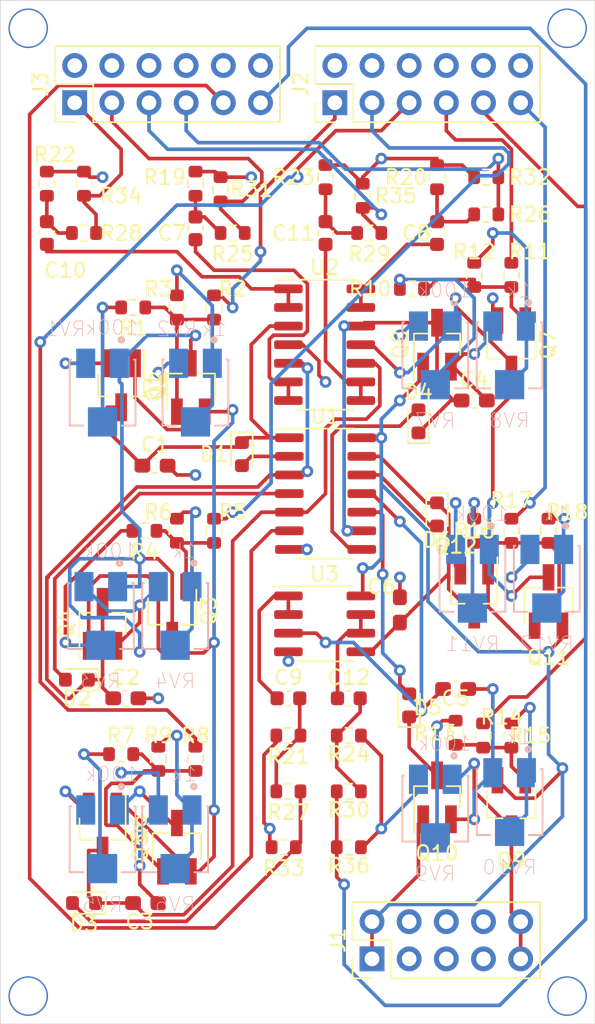
<source format=kicad_pcb>
(kicad_pcb (version 20171130) (host pcbnew 5.1.10-88a1d61d58~90~ubuntu20.10.1)
  (layers (0 F.Cu signal) (1 GND power hide) (2 PWR power) (31 B.Cu signal) (34 B.Paste user hide) (35 F.Paste user hide) (36 B.SilkS user hide) (37 F.SilkS user hide) (38 B.Mask user hide) (39 F.Mask user hide) (44 Edge.Cuts user))
  (net 0 "")
  (net 1 /Sheet614BBE23/1A)
  (net 2 GND)
  (net 3 /Sheet614BBE23/4A)
  (net 4 /Sheet614BBE23/2A)
  (net 5 /Sheet614BBE23/5A)
  (net 6 /Sheet614BBE23/3A)
  (net 7 /Sheet614BBE23/6A)
  (net 8 "Net-(C7-Pad2)")
  (net 9 "Net-(C7-Pad1)")
  (net 10 "Net-(C8-Pad1)")
  (net 11 "Net-(C8-Pad2)")
  (net 12 "Net-(C9-Pad1)")
  (net 13 "Net-(C9-Pad2)")
  (net 14 "Net-(C10-Pad1)")
  (net 15 "Net-(C10-Pad2)")
  (net 16 "Net-(C11-Pad2)")
  (net 17 "Net-(C11-Pad1)")
  (net 18 "Net-(C12-Pad2)")
  (net 19 "Net-(C12-Pad1)")
  (net 20 /Sheet614BBE23/1Y)
  (net 21 /Sheet614BBE23/4Y)
  (net 22 /Sheet614BBE23/2Y)
  (net 23 /Sheet614BBE23/5Y)
  (net 24 /Sheet614BBE23/3Y)
  (net 25 /Sheet614BBE23/6Y)
  (net 26 -12V)
  (net 27 +12V)
  (net 28 "Net-(R1-Pad2)")
  (net 29 CV1)
  (net 30 "Net-(R4-Pad2)")
  (net 31 CV4)
  (net 32 "Net-(R6-Pad2)")
  (net 33 "Net-(R7-Pad2)")
  (net 34 CV2)
  (net 35 "Net-(R10-Pad2)")
  (net 36 CV5)
  (net 37 "Net-(R12-Pad2)")
  (net 38 "Net-(R13-Pad2)")
  (net 39 CV3)
  (net 40 "Net-(R16-Pad2)")
  (net 41 CV6)
  (net 42 "Net-(R18-Pad2)")
  (net 43 OUT6)
  (net 44 OUT5)
  (net 45 OUT1)
  (net 46 OUT4)
  (net 47 OUT2)
  (net 48 OUT3)
  (net 49 "Net-(R3-Pad2)")
  (net 50 "Net-(R9-Pad2)")
  (net 51 "Net-(R15-Pad2)")
  (net 52 "Net-(Q1-Pad1)")
  (net 53 "Net-(Q3-Pad1)")
  (net 54 "Net-(Q5-Pad1)")
  (net 55 "Net-(Q7-Pad1)")
  (net 56 "Net-(Q9-Pad1)")
  (net 57 "Net-(Q11-Pad1)")
  (module 3314J-1-104E:TRIM_3314J-1-104E (layer B.Cu) (at 159.9 96.615)
    (fp_text reference RV7 (at 0 4.445) (layer B.SilkS) (effects (font (thickness 0.05)) (justify mirror)))
    (fp_text value 100k (at 0.635 -4.445) (layer B.SilkS) (effects (font (thickness 0.05)) (justify mirror)))
    (pad 2 smd rect (at 0 2 180) (size 2 2) (layers B.Cu B.Paste B.Mask) (net 35 "Net-(R10-Pad2)"))
    (pad 3 smd rect (at -1.15 -2 90) (size 2 1.3) (layers B.Cu B.Paste B.Mask) (net 2 GND))
    (pad 1 smd rect (at 1.15 -2 270) (size 2 1.3) (layers B.Cu B.Paste B.Mask) (net 26 -12V))
  )
  (module 3314J-1-104E:TRIM_3314J-1-104E (layer B.Cu) (at 162.44 111.855)
    (fp_text reference RV11 (at 0 4.445) (layer B.SilkS) (effects (font (thickness 0.05)) (justify mirror)))
    (fp_text value 100k (at 0.635 -4.445) (layer B.SilkS) (effects (font (thickness 0.05)) (justify mirror)))
    (pad 2 smd rect (at 0 2 180) (size 2 2) (layers B.Cu B.Paste B.Mask) (net 40 "Net-(R16-Pad2)"))
    (pad 3 smd rect (at -1.15 -2 90) (size 2 1.3) (layers B.Cu B.Paste B.Mask) (net 2 GND))
    (pad 1 smd rect (at 1.15 -2 270) (size 2 1.3) (layers B.Cu B.Paste B.Mask) (net 26 -12V))
  )
  (module Package_SO:SOIC-14_3.9x8.7mm_P1.27mm (layer F.Cu) (at 152.4 106.045)
    (fp_text reference U1 (at 0 -5.28) (layer F.SilkS))
    (fp_text value 74HC14D-Q100,118)
    (pad 14 smd roundrect (at 2.475 -3.81) (size 1.95 0.6) (layers F.Cu F.Paste F.Mask) (net 27 +12V))
    (pad 13 smd roundrect (at 2.475 -2.54) (size 1.95 0.6) (layers F.Cu F.Paste F.Mask) (net 7 /Sheet614BBE23/6A))
    (pad 12 smd roundrect (at 2.475 -1.27) (size 1.95 0.6) (layers F.Cu F.Paste F.Mask) (net 25 /Sheet614BBE23/6Y))
    (pad 11 smd roundrect (at 2.475 0) (size 1.95 0.6) (layers F.Cu F.Paste F.Mask) (net 5 /Sheet614BBE23/5A))
    (pad 10 smd roundrect (at 2.475 1.27) (size 1.95 0.6) (layers F.Cu F.Paste F.Mask) (net 23 /Sheet614BBE23/5Y))
    (pad 9 smd roundrect (at 2.475 2.54) (size 1.95 0.6) (layers F.Cu F.Paste F.Mask) (net 3 /Sheet614BBE23/4A))
    (pad 8 smd roundrect (at 2.475 3.81) (size 1.95 0.6) (layers F.Cu F.Paste F.Mask) (net 21 /Sheet614BBE23/4Y))
    (pad 7 smd roundrect (at -2.475 3.81) (size 1.95 0.6) (layers F.Cu F.Paste F.Mask) (net 2 GND))
    (pad 6 smd roundrect (at -2.475 2.54) (size 1.95 0.6) (layers F.Cu F.Paste F.Mask) (net 24 /Sheet614BBE23/3Y))
    (pad 5 smd roundrect (at -2.475 1.27) (size 1.95 0.6) (layers F.Cu F.Paste F.Mask) (net 6 /Sheet614BBE23/3A))
    (pad 4 smd roundrect (at -2.475 0) (size 1.95 0.6) (layers F.Cu F.Paste F.Mask) (net 22 /Sheet614BBE23/2Y))
    (pad 3 smd roundrect (at -2.475 -1.27) (size 1.95 0.6) (layers F.Cu F.Paste F.Mask) (net 4 /Sheet614BBE23/2A))
    (pad 2 smd roundrect (at -2.475 -2.54) (size 1.95 0.6) (layers F.Cu F.Paste F.Mask) (net 20 /Sheet614BBE23/1Y))
    (pad 1 smd roundrect (at -2.475 -3.81) (size 1.95 0.6) (layers F.Cu F.Paste F.Mask) (net 1 /Sheet614BBE23/1A))
  )
  (module 3314J-1-104E:TRIM_3314J-1-104E (layer B.Cu) (at 137.16 99.155)
    (fp_text reference RV1 (at -2.54 -4.35) (layer B.SilkS) (effects (font (thickness 0.05)) (justify mirror)))
    (fp_text value 100k (at 0.635 -4.445) (layer B.SilkS) (effects (font (thickness 0.05)) (justify mirror)))
    (pad 2 smd rect (at 0 2 180) (size 2 2) (layers B.Cu B.Paste B.Mask) (net 28 "Net-(R1-Pad2)"))
    (pad 3 smd rect (at -1.15 -2 90) (size 2 1.3) (layers B.Cu B.Paste B.Mask) (net 2 GND))
    (pad 1 smd rect (at 1.15 -2 270) (size 2 1.3) (layers B.Cu B.Paste B.Mask) (net 26 -12V))
  )
  (module Package_SO:SOIC-14_3.9x8.7mm_P1.27mm (layer F.Cu) (at 152.335 95.885)
    (fp_text reference U2 (at 0 -5.28) (layer F.SilkS))
    (fp_text value TL074)
    (pad 14 smd roundrect (at 2.475 -3.81) (size 1.95 0.6) (layers F.Cu F.Paste F.Mask) (net 10 "Net-(C8-Pad1)"))
    (pad 13 smd roundrect (at 2.475 -2.54) (size 1.95 0.6) (layers F.Cu F.Paste F.Mask) (net 10 "Net-(C8-Pad1)"))
    (pad 12 smd roundrect (at 2.475 -1.27) (size 1.95 0.6) (layers F.Cu F.Paste F.Mask) (net 3 /Sheet614BBE23/4A))
    (pad 11 smd roundrect (at 2.475 0) (size 1.95 0.6) (layers F.Cu F.Paste F.Mask) (net 26 -12V))
    (pad 10 smd roundrect (at 2.475 1.27) (size 1.95 0.6) (layers F.Cu F.Paste F.Mask) (net 6 /Sheet614BBE23/3A))
    (pad 9 smd roundrect (at 2.475 2.54) (size 1.95 0.6) (layers F.Cu F.Paste F.Mask) (net 17 "Net-(C11-Pad1)"))
    (pad 8 smd roundrect (at 2.475 3.81) (size 1.95 0.6) (layers F.Cu F.Paste F.Mask) (net 17 "Net-(C11-Pad1)"))
    (pad 7 smd roundrect (at -2.475 3.81) (size 1.95 0.6) (layers F.Cu F.Paste F.Mask) (net 9 "Net-(C7-Pad1)"))
    (pad 6 smd roundrect (at -2.475 2.54) (size 1.95 0.6) (layers F.Cu F.Paste F.Mask) (net 9 "Net-(C7-Pad1)"))
    (pad 5 smd roundrect (at -2.475 1.27) (size 1.95 0.6) (layers F.Cu F.Paste F.Mask) (net 4 /Sheet614BBE23/2A))
    (pad 4 smd roundrect (at -2.475 0) (size 1.95 0.6) (layers F.Cu F.Paste F.Mask) (net 27 +12V))
    (pad 3 smd roundrect (at -2.475 -1.27) (size 1.95 0.6) (layers F.Cu F.Paste F.Mask) (net 1 /Sheet614BBE23/1A))
    (pad 2 smd roundrect (at -2.475 -2.54) (size 1.95 0.6) (layers F.Cu F.Paste F.Mask) (net 14 "Net-(C10-Pad1)"))
    (pad 1 smd roundrect (at -2.475 -3.81) (size 1.95 0.6) (layers F.Cu F.Paste F.Mask) (net 14 "Net-(C10-Pad1)"))
  )
  (module 3314J-1-104E:TRIM_3314J-1-104E (layer B.Cu) (at 167.52 111.855)
    (fp_text reference RV12 (at 0 4.445) (layer B.SilkS) (effects (font (thickness 0.05)) (justify mirror)))
    (fp_text value 1k (at 0.635 -4.445) (layer B.SilkS) (effects (font (thickness 0.05)) (justify mirror)))
    (pad 2 smd rect (at 0 2 180) (size 2 2) (layers B.Cu B.Paste B.Mask) (net 42 "Net-(R18-Pad2)"))
    (pad 3 smd rect (at -1.15 -2 90) (size 2 1.3) (layers B.Cu B.Paste B.Mask) (net 2 GND))
    (pad 1 smd rect (at 1.15 -2 270) (size 2 1.3) (layers B.Cu B.Paste B.Mask) (net 42 "Net-(R18-Pad2)"))
  )
  (module 3314J-1-104E:TRIM_3314J-1-104E (layer B.Cu) (at 164.98 127.095)
    (fp_text reference RV10 (at 0 4.445) (layer B.SilkS) (effects (font (thickness 0.05)) (justify mirror)))
    (fp_text value 1k (at 0.635 -4.445) (layer B.SilkS) (effects (font (thickness 0.05)) (justify mirror)))
    (pad 2 smd rect (at 0 2 180) (size 2 2) (layers B.Cu B.Paste B.Mask) (net 51 "Net-(R15-Pad2)"))
    (pad 3 smd rect (at -1.15 -2 90) (size 2 1.3) (layers B.Cu B.Paste B.Mask) (net 2 GND))
    (pad 1 smd rect (at 1.15 -2 270) (size 2 1.3) (layers B.Cu B.Paste B.Mask) (net 51 "Net-(R15-Pad2)"))
  )
  (module 3314J-1-104E:TRIM_3314J-1-104E (layer B.Cu) (at 159.9 127.54)
    (fp_text reference RV9 (at 0 4.445) (layer B.SilkS) (effects (font (thickness 0.05)) (justify mirror)))
    (fp_text value 100k (at 0.635 -4.445) (layer B.SilkS) (effects (font (thickness 0.05)) (justify mirror)))
    (pad 2 smd rect (at 0 2 180) (size 2 2) (layers B.Cu B.Paste B.Mask) (net 38 "Net-(R13-Pad2)"))
    (pad 3 smd rect (at -1.15 -2 90) (size 2 1.3) (layers B.Cu B.Paste B.Mask) (net 2 GND))
    (pad 1 smd rect (at 1.15 -2 270) (size 2 1.3) (layers B.Cu B.Paste B.Mask) (net 26 -12V))
  )
  (module 3314J-1-104E:TRIM_3314J-1-104E (layer B.Cu) (at 164.98 96.615)
    (fp_text reference RV8 (at 0 4.445) (layer B.SilkS) (effects (font (thickness 0.05)) (justify mirror)))
    (fp_text value 1k (at 0.635 -4.445) (layer B.SilkS) (effects (font (thickness 0.05)) (justify mirror)))
    (pad 2 smd rect (at 0 2 180) (size 2 2) (layers B.Cu B.Paste B.Mask) (net 37 "Net-(R12-Pad2)"))
    (pad 3 smd rect (at -1.15 -2 90) (size 2 1.3) (layers B.Cu B.Paste B.Mask) (net 2 GND))
    (pad 1 smd rect (at 1.15 -2 270) (size 2 1.3) (layers B.Cu B.Paste B.Mask) (net 37 "Net-(R12-Pad2)"))
  )
  (module 3314J-1-104E:TRIM_3314J-1-104E (layer B.Cu) (at 142.12 129.635)
    (fp_text reference RV6 (at 0 4.445) (layer B.SilkS) (effects (font (thickness 0.05)) (justify mirror)))
    (fp_text value 1k (at 0.635 -4.445) (layer B.SilkS) (effects (font (thickness 0.05)) (justify mirror)))
    (pad 2 smd rect (at 0 2 180) (size 2 2) (layers B.Cu B.Paste B.Mask) (net 50 "Net-(R9-Pad2)"))
    (pad 3 smd rect (at -1.15 -2 90) (size 2 1.3) (layers B.Cu B.Paste B.Mask) (net 2 GND))
    (pad 1 smd rect (at 1.15 -2 270) (size 2 1.3) (layers B.Cu B.Paste B.Mask) (net 50 "Net-(R9-Pad2)"))
  )
  (module 3314J-1-104E:TRIM_3314J-1-104E (layer B.Cu) (at 137.16 129.635)
    (fp_text reference RV5 (at 0 4.445) (layer B.SilkS) (effects (font (thickness 0.05)) (justify mirror)))
    (fp_text value 100k (at 0.635 -4.445) (layer B.SilkS) (effects (font (thickness 0.05)) (justify mirror)))
    (pad 2 smd rect (at 0 2 180) (size 2 2) (layers B.Cu B.Paste B.Mask) (net 33 "Net-(R7-Pad2)"))
    (pad 3 smd rect (at -1.15 -2 90) (size 2 1.3) (layers B.Cu B.Paste B.Mask) (net 2 GND))
    (pad 1 smd rect (at 1.15 -2 270) (size 2 1.3) (layers B.Cu B.Paste B.Mask) (net 26 -12V))
  )
  (module 3314J-1-104E:TRIM_3314J-1-104E (layer B.Cu) (at 142.12 114.395)
    (fp_text reference RV4 (at 0 4.445) (layer B.SilkS) (effects (font (thickness 0.05)) (justify mirror)))
    (fp_text value 1k (at 0.635 -4.445) (layer B.SilkS) (effects (font (thickness 0.05)) (justify mirror)))
    (pad 2 smd rect (at 0 2 180) (size 2 2) (layers B.Cu B.Paste B.Mask) (net 32 "Net-(R6-Pad2)"))
    (pad 3 smd rect (at -1.15 -2 90) (size 2 1.3) (layers B.Cu B.Paste B.Mask) (net 2 GND))
    (pad 1 smd rect (at 1.15 -2 270) (size 2 1.3) (layers B.Cu B.Paste B.Mask) (net 32 "Net-(R6-Pad2)"))
  )
  (module 3314J-1-104E:TRIM_3314J-1-104E (layer B.Cu) (at 137.04 114.395)
    (fp_text reference RV3 (at 0 4.445) (layer B.SilkS) (effects (font (thickness 0.05)) (justify mirror)))
    (fp_text value 100k (at 0.635 -4.445) (layer B.SilkS) (effects (font (thickness 0.05)) (justify mirror)))
    (pad 2 smd rect (at 0 2 180) (size 2 2) (layers B.Cu B.Paste B.Mask) (net 30 "Net-(R4-Pad2)"))
    (pad 3 smd rect (at -1.15 -2 90) (size 2 1.3) (layers B.Cu B.Paste B.Mask) (net 2 GND))
    (pad 1 smd rect (at 1.15 -2 270) (size 2 1.3) (layers B.Cu B.Paste B.Mask) (net 26 -12V))
  )
  (module 3314J-1-104E:TRIM_3314J-1-104E (layer B.Cu) (at 143.51 99.155)
    (fp_text reference RV2 (at -1.27 -4.35) (layer B.SilkS) (effects (font (thickness 0.05)) (justify mirror)))
    (fp_text value 1k (at 1.27 -4.35) (layer B.SilkS) (effects (font (thickness 0.05)) (justify mirror)))
    (pad 2 smd rect (at 0 2 180) (size 2 2) (layers B.Cu B.Paste B.Mask) (net 49 "Net-(R3-Pad2)"))
    (pad 3 smd rect (at -1.15 -2 90) (size 2 1.3) (layers B.Cu B.Paste B.Mask) (net 2 GND))
    (pad 1 smd rect (at 1.15 -2 270) (size 2 1.3) (layers B.Cu B.Paste B.Mask) (net 49 "Net-(R3-Pad2)"))
  )
  (module Package_TO_SOT_SMD:SOT-23_Handsoldering (layer F.Cu) (at 162.56 112.8 270)
    (fp_text reference Q12 (at -3.175 1.27 180) (layer F.SilkS))
    (fp_text value BC848)
    (pad 3 smd rect (at 1.5 0 270) (size 1.9 0.8) (layers F.Cu F.Paste F.Mask) (net 7 /Sheet614BBE23/6A))
    (pad 2 smd rect (at -1.5 0.95 270) (size 1.9 0.8) (layers F.Cu F.Paste F.Mask) (net 2 GND))
    (pad 1 smd rect (at -1.5 -0.95 270) (size 1.9 0.8) (layers F.Cu F.Paste F.Mask) (net 27 +12V))
  )
  (module Package_TO_SOT_SMD:SC-59_Handsoldering (layer F.Cu) (at 167.64 113.41 90)
    (fp_text reference Q11 (at -3.81 0 180) (layer F.SilkS))
    (fp_text value BC858)
    (pad 1 smd rect (at -1.65 -0.95 90) (size 1.8 0.8) (layers F.Cu F.Paste F.Mask) (net 57 "Net-(Q11-Pad1)"))
    (pad 2 smd rect (at -1.65 0.95 90) (size 1.8 0.8) (layers F.Cu F.Paste F.Mask) (net 27 +12V))
    (pad 3 smd rect (at 1.65 0 90) (size 1.8 0.8) (layers F.Cu F.Paste F.Mask) (net 26 -12V))
  )
  (module Package_TO_SOT_SMD:SOT-23_Handsoldering (layer F.Cu) (at 160.02 126.77 90)
    (fp_text reference Q10 (at -3.81 0 180) (layer F.SilkS))
    (fp_text value BC848)
    (pad 3 smd rect (at 1.5 0 90) (size 1.9 0.8) (layers F.Cu F.Paste F.Mask) (net 5 /Sheet614BBE23/5A))
    (pad 2 smd rect (at -1.5 0.95 90) (size 1.9 0.8) (layers F.Cu F.Paste F.Mask) (net 2 GND))
    (pad 1 smd rect (at -1.5 -0.95 90) (size 1.9 0.8) (layers F.Cu F.Paste F.Mask) (net 27 +12V))
  )
  (module Package_TO_SOT_SMD:SC-59_Handsoldering (layer F.Cu) (at 165.1 127.255 270)
    (fp_text reference Q9 (at 3.81 0 180) (layer F.SilkS))
    (fp_text value BC858)
    (pad 3 smd rect (at 1.65 0 270) (size 1.8 0.8) (layers F.Cu F.Paste F.Mask) (net 26 -12V))
    (pad 2 smd rect (at -1.65 0.95 270) (size 1.8 0.8) (layers F.Cu F.Paste F.Mask) (net 27 +12V))
    (pad 1 smd rect (at -1.65 -0.95 270) (size 1.8 0.8) (layers F.Cu F.Paste F.Mask) (net 56 "Net-(Q9-Pad1)"))
  )
  (module Package_TO_SOT_SMD:SOT-23_Handsoldering (layer F.Cu) (at 160.02 95.885 90)
    (fp_text reference Q8 (at 0 -2.5 90) (layer F.SilkS))
    (fp_text value BC848)
    (pad 3 smd rect (at 1.5 0 90) (size 1.9 0.8) (layers F.Cu F.Paste F.Mask) (net 3 /Sheet614BBE23/4A))
    (pad 2 smd rect (at -1.5 0.95 90) (size 1.9 0.8) (layers F.Cu F.Paste F.Mask) (net 2 GND))
    (pad 1 smd rect (at -1.5 -0.95 90) (size 1.9 0.8) (layers F.Cu F.Paste F.Mask) (net 27 +12V))
  )
  (module Package_TO_SOT_SMD:SC-59_Handsoldering (layer F.Cu) (at 165.1 95.885 270)
    (fp_text reference Q7 (at 0 -2.5 90) (layer F.SilkS))
    (fp_text value BC858)
    (pad 3 smd rect (at 1.65 0 270) (size 1.8 0.8) (layers F.Cu F.Paste F.Mask) (net 26 -12V))
    (pad 2 smd rect (at -1.65 0.95 270) (size 1.8 0.8) (layers F.Cu F.Paste F.Mask) (net 27 +12V))
    (pad 1 smd rect (at -1.65 -0.95 270) (size 1.8 0.8) (layers F.Cu F.Paste F.Mask) (net 55 "Net-(Q7-Pad1)"))
  )
  (module Package_TO_SOT_SMD:SOT-23_Handsoldering (layer F.Cu) (at 137.16 128.905 270)
    (fp_text reference Q6 (at 0 -2.5 90) (layer F.SilkS))
    (fp_text value BC848)
    (pad 3 smd rect (at 1.5 0 270) (size 1.9 0.8) (layers F.Cu F.Paste F.Mask) (net 6 /Sheet614BBE23/3A))
    (pad 2 smd rect (at -1.5 0.95 270) (size 1.9 0.8) (layers F.Cu F.Paste F.Mask) (net 2 GND))
    (pad 1 smd rect (at -1.5 -0.95 270) (size 1.9 0.8) (layers F.Cu F.Paste F.Mask) (net 27 +12V))
  )
  (module Package_TO_SOT_SMD:SC-59_Handsoldering (layer F.Cu) (at 142.24 130.175 90)
    (fp_text reference Q5 (at 0 -2.5 90) (layer F.SilkS))
    (fp_text value BC858)
    (pad 3 smd rect (at 1.65 0 90) (size 1.8 0.8) (layers F.Cu F.Paste F.Mask) (net 26 -12V))
    (pad 2 smd rect (at -1.65 0.95 90) (size 1.8 0.8) (layers F.Cu F.Paste F.Mask) (net 27 +12V))
    (pad 1 smd rect (at -1.65 -0.95 90) (size 1.8 0.8) (layers F.Cu F.Paste F.Mask) (net 54 "Net-(Q5-Pad1)"))
  )
  (module Package_TO_SOT_SMD:SOT-23_Handsoldering (layer F.Cu) (at 137.16 114.935 90)
    (fp_text reference Q4 (at 0 -2.5 90) (layer F.SilkS))
    (fp_text value BC848)
    (pad 3 smd rect (at 1.5 0 90) (size 1.9 0.8) (layers F.Cu F.Paste F.Mask) (net 4 /Sheet614BBE23/2A))
    (pad 2 smd rect (at -1.5 0.95 90) (size 1.9 0.8) (layers F.Cu F.Paste F.Mask) (net 2 GND))
    (pad 1 smd rect (at -1.5 -0.95 90) (size 1.9 0.8) (layers F.Cu F.Paste F.Mask) (net 27 +12V))
  )
  (module Package_TO_SOT_SMD:SC-59_Handsoldering (layer F.Cu) (at 141.92 114.045 270)
    (fp_text reference Q3 (at 0 -2.5 90) (layer F.SilkS))
    (fp_text value BC858)
    (pad 3 smd rect (at 1.65 0 270) (size 1.8 0.8) (layers F.Cu F.Paste F.Mask) (net 26 -12V))
    (pad 2 smd rect (at -1.65 0.95 270) (size 1.8 0.8) (layers F.Cu F.Paste F.Mask) (net 27 +12V))
    (pad 1 smd rect (at -1.65 -0.95 270) (size 1.8 0.8) (layers F.Cu F.Paste F.Mask) (net 53 "Net-(Q3-Pad1)"))
  )
  (module Package_TO_SOT_SMD:SOT-23_Handsoldering (layer F.Cu) (at 138.43 98.655 270)
    (fp_text reference Q2 (at 0 -2.5 90) (layer F.SilkS))
    (fp_text value BC848)
    (pad 3 smd rect (at 1.5 0 270) (size 1.9 0.8) (layers F.Cu F.Paste F.Mask) (net 1 /Sheet614BBE23/1A))
    (pad 2 smd rect (at -1.5 0.95 270) (size 1.9 0.8) (layers F.Cu F.Paste F.Mask) (net 2 GND))
    (pad 1 smd rect (at -1.5 -0.95 270) (size 1.9 0.8) (layers F.Cu F.Paste F.Mask) (net 27 +12V))
  )
  (module Package_TO_SOT_SMD:SC-59_Handsoldering (layer F.Cu) (at 143.19 98.805 90)
    (fp_text reference Q1 (at 0 -2.5 90) (layer F.SilkS))
    (fp_text value BC858)
    (pad 3 smd rect (at 1.65 0 90) (size 1.8 0.8) (layers F.Cu F.Paste F.Mask) (net 26 -12V))
    (pad 2 smd rect (at -1.65 0.95 90) (size 1.8 0.8) (layers F.Cu F.Paste F.Mask) (net 27 +12V))
    (pad 1 smd rect (at -1.65 -0.95 90) (size 1.8 0.8) (layers F.Cu F.Paste F.Mask) (net 52 "Net-(Q1-Pad1)"))
  )
  (module Diode_SMD:D_0603_1608Metric (layer F.Cu) (at 160.02 107.4675 270)
    (fp_text reference D6 (at 1.7525 0 180) (layer F.SilkS))
    (fp_text value 1N4148)
    (pad 2 smd roundrect (at 0.7875 0 270) (size 0.875 0.95) (layers F.Cu F.Paste F.Mask) (net 25 /Sheet614BBE23/6Y))
    (pad 1 smd roundrect (at -0.7875 0 270) (size 0.875 0.95) (layers F.Cu F.Paste F.Mask) (net 7 /Sheet614BBE23/6A))
  )
  (module Diode_SMD:D_0603_1608Metric (layer F.Cu) (at 158.115 120.4975 90)
    (fp_text reference D5 (at -0.1525 1.27 180) (layer F.SilkS))
    (fp_text value 1N4148)
    (pad 2 smd roundrect (at 0.7875 0 90) (size 0.875 0.95) (layers F.Cu F.Paste F.Mask) (net 23 /Sheet614BBE23/5Y))
    (pad 1 smd roundrect (at -0.7875 0 90) (size 0.875 0.95) (layers F.Cu F.Paste F.Mask) (net 5 /Sheet614BBE23/5A))
  )
  (module Diode_SMD:D_0603_1608Metric (layer F.Cu) (at 158.75 101.1175 90)
    (fp_text reference D4 (at 1.99 0 180) (layer F.SilkS))
    (fp_text value 1N4148)
    (pad 2 smd roundrect (at 0.7875 0 90) (size 0.875 0.95) (layers F.Cu F.Paste F.Mask) (net 21 /Sheet614BBE23/4Y))
    (pad 1 smd roundrect (at -0.7875 0 90) (size 0.875 0.95) (layers F.Cu F.Paste F.Mask) (net 3 /Sheet614BBE23/4A))
  )
  (module Diode_SMD:D_0603_1608Metric (layer F.Cu) (at 135.89 133.985 180)
    (fp_text reference D3 (at 0 -1.43) (layer F.SilkS))
    (fp_text value 1N4148)
    (pad 2 smd roundrect (at 0.7875 0 180) (size 0.875 0.95) (layers F.Cu F.Paste F.Mask) (net 24 /Sheet614BBE23/3Y))
    (pad 1 smd roundrect (at -0.7875 0 180) (size 0.875 0.95) (layers F.Cu F.Paste F.Mask) (net 6 /Sheet614BBE23/3A))
  )
  (module Diode_SMD:D_0603_1608Metric (layer F.Cu) (at 135.4075 118.745 180)
    (fp_text reference D2 (at 0 -1.27) (layer F.SilkS))
    (fp_text value 1N4148)
    (pad 2 smd roundrect (at 0.7875 0 180) (size 0.875 0.95) (layers F.Cu F.Paste F.Mask) (net 22 /Sheet614BBE23/2Y))
    (pad 1 smd roundrect (at -0.7875 0 180) (size 0.875 0.95) (layers F.Cu F.Paste F.Mask) (net 4 /Sheet614BBE23/2A))
  )
  (module Diode_SMD:D_0603_1608Metric (layer F.Cu) (at 146.685 103.3525 270)
    (fp_text reference D1 (at 0 1.905 180) (layer F.SilkS))
    (fp_text value 1N4148)
    (pad 2 smd roundrect (at 0.7875 0 270) (size 0.875 0.95) (layers F.Cu F.Paste F.Mask) (net 20 /Sheet614BBE23/1Y))
    (pad 1 smd roundrect (at -0.7875 0 270) (size 0.875 0.95) (layers F.Cu F.Paste F.Mask) (net 1 /Sheet614BBE23/1A))
  )
  (module Capacitor_SMD:C_0603_1608Metric_Pad1.08x0.95mm_HandSolder (layer F.Cu) (at 140.7425 104.14)
    (fp_text reference C1 (at 0 -1.43) (layer F.SilkS))
    (fp_text value 2.2n)
    (pad 2 smd roundrect (at 0.8625 0) (size 1.075 0.95) (layers F.Cu F.Paste F.Mask) (net 2 GND))
    (pad 1 smd roundrect (at -0.8625 0) (size 1.075 0.95) (layers F.Cu F.Paste F.Mask) (net 1 /Sheet614BBE23/1A))
  )
  (module Capacitor_SMD:C_0603_1608Metric_Pad1.08x0.95mm_HandSolder (layer F.Cu) (at 138.75 120.015)
    (fp_text reference C2 (at 0 -1.43) (layer F.SilkS))
    (fp_text value 2.2n)
    (pad 2 smd roundrect (at 0.8625 0) (size 1.075 0.95) (layers F.Cu F.Paste F.Mask) (net 2 GND))
    (pad 1 smd roundrect (at -0.8625 0) (size 1.075 0.95) (layers F.Cu F.Paste F.Mask) (net 4 /Sheet614BBE23/2A))
  )
  (module Capacitor_SMD:C_0603_1608Metric_Pad1.08x0.95mm_HandSolder (layer F.Cu) (at 140.1075 133.985)
    (fp_text reference C3 (at -0.4075 1.27) (layer F.SilkS))
    (fp_text value 2.2n)
    (pad 2 smd roundrect (at 0.8625 0) (size 1.075 0.95) (layers F.Cu F.Paste F.Mask) (net 2 GND))
    (pad 1 smd roundrect (at -0.8625 0) (size 1.075 0.95) (layers F.Cu F.Paste F.Mask) (net 6 /Sheet614BBE23/3A))
  )
  (module Capacitor_SMD:C_0603_1608Metric_Pad1.08x0.95mm_HandSolder (layer F.Cu) (at 162.56 99.695)
    (fp_text reference C4 (at 0 -1.43) (layer F.SilkS))
    (fp_text value 2.2n)
    (pad 2 smd roundrect (at 0.8625 0) (size 1.075 0.95) (layers F.Cu F.Paste F.Mask) (net 2 GND))
    (pad 1 smd roundrect (at -0.8625 0) (size 1.075 0.95) (layers F.Cu F.Paste F.Mask) (net 3 /Sheet614BBE23/4A))
  )
  (module Capacitor_SMD:C_0603_1608Metric_Pad1.08x0.95mm_HandSolder (layer F.Cu) (at 161.29 119.38)
    (fp_text reference C5 (at 0 0.635) (layer F.SilkS))
    (fp_text value 2.2n)
    (pad 2 smd roundrect (at 0.8625 0) (size 1.075 0.95) (layers F.Cu F.Paste F.Mask) (net 2 GND))
    (pad 1 smd roundrect (at -0.8625 0) (size 1.075 0.95) (layers F.Cu F.Paste F.Mask) (net 5 /Sheet614BBE23/5A))
  )
  (module Capacitor_SMD:C_0603_1608Metric_Pad1.08x0.95mm_HandSolder (layer F.Cu) (at 157.48 113.985 90)
    (fp_text reference C6 (at 1.585 -1.27 180) (layer F.SilkS))
    (fp_text value 2.2n)
    (pad 2 smd roundrect (at 0.8625 0 90) (size 1.075 0.95) (layers F.Cu F.Paste F.Mask) (net 2 GND))
    (pad 1 smd roundrect (at -0.8625 0 90) (size 1.075 0.95) (layers F.Cu F.Paste F.Mask) (net 7 /Sheet614BBE23/6A))
  )
  (module Capacitor_SMD:C_0603_1608Metric (layer F.Cu) (at 143.51 87.945 90)
    (fp_text reference C7 (at -0.32 -1.61 180) (layer F.SilkS))
    (fp_text value C)
    (pad 2 smd roundrect (at 0.775 0 90) (size 0.9 0.95) (layers F.Cu F.Paste F.Mask) (net 8 "Net-(C7-Pad2)"))
    (pad 1 smd roundrect (at -0.775 0 90) (size 0.9 0.95) (layers F.Cu F.Paste F.Mask) (net 9 "Net-(C7-Pad1)"))
  )
  (module Capacitor_SMD:C_0603_1608Metric (layer F.Cu) (at 160.02 88.265 90)
    (fp_text reference C8 (at 0 -1.43 180) (layer F.SilkS))
    (fp_text value C)
    (pad 2 smd roundrect (at 0.775 0 90) (size 0.9 0.95) (layers F.Cu F.Paste F.Mask) (net 11 "Net-(C8-Pad2)"))
    (pad 1 smd roundrect (at -0.775 0 90) (size 0.9 0.95) (layers F.Cu F.Paste F.Mask) (net 10 "Net-(C8-Pad1)"))
  )
  (module Capacitor_SMD:C_0603_1608Metric (layer F.Cu) (at 149.86 120.015)
    (fp_text reference C9 (at 0 -1.43) (layer F.SilkS))
    (fp_text value C)
    (pad 2 smd roundrect (at 0.775 0) (size 0.9 0.95) (layers F.Cu F.Paste F.Mask) (net 13 "Net-(C9-Pad2)"))
    (pad 1 smd roundrect (at -0.775 0) (size 0.9 0.95) (layers F.Cu F.Paste F.Mask) (net 12 "Net-(C9-Pad1)"))
  )
  (module Capacitor_SMD:C_0603_1608Metric (layer F.Cu) (at 133.35 88.265 90)
    (fp_text reference C10 (at -2.54 1.27 180) (layer F.SilkS))
    (fp_text value C)
    (pad 2 smd roundrect (at 0.775 0 90) (size 0.9 0.95) (layers F.Cu F.Paste F.Mask) (net 15 "Net-(C10-Pad2)"))
    (pad 1 smd roundrect (at -0.775 0 90) (size 0.9 0.95) (layers F.Cu F.Paste F.Mask) (net 14 "Net-(C10-Pad1)"))
  )
  (module Capacitor_SMD:C_0603_1608Metric (layer F.Cu) (at 152.4 88.265 90)
    (fp_text reference C11 (at 0 -2.2 180) (layer F.SilkS))
    (fp_text value C)
    (pad 2 smd roundrect (at 0.775 0 90) (size 0.9 0.95) (layers F.Cu F.Paste F.Mask) (net 16 "Net-(C11-Pad2)"))
    (pad 1 smd roundrect (at -0.775 0 90) (size 0.9 0.95) (layers F.Cu F.Paste F.Mask) (net 17 "Net-(C11-Pad1)"))
  )
  (module Capacitor_SMD:C_0603_1608Metric (layer F.Cu) (at 153.99 120.015)
    (fp_text reference C12 (at 0 -1.43) (layer F.SilkS))
    (fp_text value C)
    (pad 2 smd roundrect (at 0.775 0) (size 0.9 0.95) (layers F.Cu F.Paste F.Mask) (net 18 "Net-(C12-Pad2)"))
    (pad 1 smd roundrect (at -0.775 0) (size 0.9 0.95) (layers F.Cu F.Paste F.Mask) (net 19 "Net-(C12-Pad1)"))
  )
  (module Resistor_SMD:R_0603_1608Metric (layer F.Cu) (at 139.255 93.345 180)
    (fp_text reference R1 (at 0 -1.43) (layer F.SilkS))
    (fp_text value 100k)
    (pad 2 smd roundrect (at 0.825 0 180) (size 0.8 0.95) (layers F.Cu F.Paste F.Mask) (net 28 "Net-(R1-Pad2)"))
    (pad 1 smd roundrect (at -0.825 0 180) (size 0.8 0.95) (layers F.Cu F.Paste F.Mask) (net 52 "Net-(Q1-Pad1)"))
  )
  (module Resistor_SMD:R_0603_1608Metric (layer F.Cu) (at 144.78 93.345 270)
    (fp_text reference R2 (at -1.27 -1.27 180) (layer F.SilkS))
    (fp_text value 100k)
    (pad 2 smd roundrect (at 0.825 0 270) (size 0.8 0.95) (layers F.Cu F.Paste F.Mask) (net 52 "Net-(Q1-Pad1)"))
    (pad 1 smd roundrect (at -0.825 0 270) (size 0.8 0.95) (layers F.Cu F.Paste F.Mask) (net 29 CV1))
  )
  (module Resistor_SMD:R_0603_1608Metric (layer F.Cu) (at 142.24 93.345 90)
    (fp_text reference R3 (at 1.27 -1.27 180) (layer F.SilkS))
    (fp_text value 1.5k)
    (pad 2 smd roundrect (at 0.825 0 90) (size 0.8 0.95) (layers F.Cu F.Paste F.Mask) (net 49 "Net-(R3-Pad2)"))
    (pad 1 smd roundrect (at -0.825 0 90) (size 0.8 0.95) (layers F.Cu F.Paste F.Mask) (net 52 "Net-(Q1-Pad1)"))
  )
  (module Resistor_SMD:R_0603_1608Metric (layer F.Cu) (at 140.02 108.585 180)
    (fp_text reference R4 (at 0 -1.43) (layer F.SilkS))
    (fp_text value 100k)
    (pad 2 smd roundrect (at 0.825 0 180) (size 0.8 0.95) (layers F.Cu F.Paste F.Mask) (net 30 "Net-(R4-Pad2)"))
    (pad 1 smd roundrect (at -0.825 0 180) (size 0.8 0.95) (layers F.Cu F.Paste F.Mask) (net 53 "Net-(Q3-Pad1)"))
  )
  (module Resistor_SMD:R_0603_1608Metric (layer F.Cu) (at 144.78 108.585 270)
    (fp_text reference R5 (at -1.27 -1.27 180) (layer F.SilkS))
    (fp_text value 100k)
    (pad 2 smd roundrect (at 0.825 0 270) (size 0.8 0.95) (layers F.Cu F.Paste F.Mask) (net 53 "Net-(Q3-Pad1)"))
    (pad 1 smd roundrect (at -0.825 0 270) (size 0.8 0.95) (layers F.Cu F.Paste F.Mask) (net 34 CV2))
  )
  (module Resistor_SMD:R_0603_1608Metric (layer F.Cu) (at 142.24 108.585 90)
    (fp_text reference R6 (at 1.27 -1.27 180) (layer F.SilkS))
    (fp_text value 1.5k)
    (pad 2 smd roundrect (at 0.825 0 90) (size 0.8 0.95) (layers F.Cu F.Paste F.Mask) (net 32 "Net-(R6-Pad2)"))
    (pad 1 smd roundrect (at -0.825 0 90) (size 0.8 0.95) (layers F.Cu F.Paste F.Mask) (net 53 "Net-(Q3-Pad1)"))
  )
  (module Resistor_SMD:R_0603_1608Metric (layer F.Cu) (at 138.43 123.825 180)
    (fp_text reference R7 (at 0 1.27) (layer F.SilkS))
    (fp_text value 100k)
    (pad 2 smd roundrect (at 0.825 0 180) (size 0.8 0.95) (layers F.Cu F.Paste F.Mask) (net 33 "Net-(R7-Pad2)"))
    (pad 1 smd roundrect (at -0.825 0 180) (size 0.8 0.95) (layers F.Cu F.Paste F.Mask) (net 54 "Net-(Q5-Pad1)"))
  )
  (module Resistor_SMD:R_0603_1608Metric (layer F.Cu) (at 143.51 124.145 270)
    (fp_text reference R8 (at -1.59 0 180) (layer F.SilkS))
    (fp_text value 100k)
    (pad 2 smd roundrect (at 0.825 0 270) (size 0.8 0.95) (layers F.Cu F.Paste F.Mask) (net 54 "Net-(Q5-Pad1)"))
    (pad 1 smd roundrect (at -0.825 0 270) (size 0.8 0.95) (layers F.Cu F.Paste F.Mask) (net 39 CV3))
  )
  (module Resistor_SMD:R_0603_1608Metric (layer F.Cu) (at 140.97 124.145 90)
    (fp_text reference R9 (at 1.59 0 180) (layer F.SilkS))
    (fp_text value 1.5k)
    (pad 2 smd roundrect (at 0.825 0 90) (size 0.8 0.95) (layers F.Cu F.Paste F.Mask) (net 50 "Net-(R9-Pad2)"))
    (pad 1 smd roundrect (at -0.825 0 90) (size 0.8 0.95) (layers F.Cu F.Paste F.Mask) (net 54 "Net-(Q5-Pad1)"))
  )
  (module Resistor_SMD:R_0603_1608Metric (layer F.Cu) (at 158.305 92.075 180)
    (fp_text reference R10 (at 2.86 0) (layer F.SilkS))
    (fp_text value 100k)
    (pad 2 smd roundrect (at 0.825 0 180) (size 0.8 0.95) (layers F.Cu F.Paste F.Mask) (net 35 "Net-(R10-Pad2)"))
    (pad 1 smd roundrect (at -0.825 0 180) (size 0.8 0.95) (layers F.Cu F.Paste F.Mask) (net 55 "Net-(Q7-Pad1)"))
  )
  (module Resistor_SMD:R_0603_1608Metric (layer F.Cu) (at 165.1 91.125 270)
    (fp_text reference R11 (at -1.59 -1.27 180) (layer F.SilkS))
    (fp_text value 100k)
    (pad 2 smd roundrect (at 0.825 0 270) (size 0.8 0.95) (layers F.Cu F.Paste F.Mask) (net 55 "Net-(Q7-Pad1)"))
    (pad 1 smd roundrect (at -0.825 0 270) (size 0.8 0.95) (layers F.Cu F.Paste F.Mask) (net 31 CV4))
  )
  (module Resistor_SMD:R_0603_1608Metric (layer F.Cu) (at 162.56 91.125 90)
    (fp_text reference R12 (at 1.59 0 180) (layer F.SilkS))
    (fp_text value 1.5k)
    (pad 2 smd roundrect (at 0.825 0 90) (size 0.8 0.95) (layers F.Cu F.Paste F.Mask) (net 37 "Net-(R12-Pad2)"))
    (pad 1 smd roundrect (at -0.825 0 90) (size 0.8 0.95) (layers F.Cu F.Paste F.Mask) (net 55 "Net-(Q7-Pad1)"))
  )
  (module Resistor_SMD:R_0603_1608Metric (layer F.Cu) (at 161.29 122.365 90)
    (fp_text reference R13 (at 0 -1.43 180) (layer F.SilkS))
    (fp_text value 100k)
    (pad 2 smd roundrect (at 0.825 0 90) (size 0.8 0.95) (layers F.Cu F.Paste F.Mask) (net 38 "Net-(R13-Pad2)"))
    (pad 1 smd roundrect (at -0.825 0 90) (size 0.8 0.95) (layers F.Cu F.Paste F.Mask) (net 56 "Net-(Q9-Pad1)"))
  )
  (module Resistor_SMD:R_0603_1608Metric (layer F.Cu) (at 163.17 122.555 270)
    (fp_text reference R14 (at -1.27 -1.27 180) (layer F.SilkS))
    (fp_text value 100k)
    (pad 2 smd roundrect (at 0.825 0 270) (size 0.8 0.95) (layers F.Cu F.Paste F.Mask) (net 56 "Net-(Q9-Pad1)"))
    (pad 1 smd roundrect (at -0.825 0 270) (size 0.8 0.95) (layers F.Cu F.Paste F.Mask) (net 36 CV5))
  )
  (module Resistor_SMD:R_0603_1608Metric (layer F.Cu) (at 165.1 122.555 90)
    (fp_text reference R15 (at 0 1.27 180) (layer F.SilkS))
    (fp_text value 1.5k)
    (pad 2 smd roundrect (at 0.825 0 90) (size 0.8 0.95) (layers F.Cu F.Paste F.Mask) (net 51 "Net-(R15-Pad2)"))
    (pad 1 smd roundrect (at -0.825 0 90) (size 0.8 0.95) (layers F.Cu F.Paste F.Mask) (net 56 "Net-(Q9-Pad1)"))
  )
  (module Resistor_SMD:R_0603_1608Metric (layer F.Cu) (at 162.56 108.585 90)
    (fp_text reference R16 (at 0 0 180) (layer F.SilkS))
    (fp_text value 100k)
    (pad 2 smd roundrect (at 0.825 0 90) (size 0.8 0.95) (layers F.Cu F.Paste F.Mask) (net 40 "Net-(R16-Pad2)"))
    (pad 1 smd roundrect (at -0.825 0 90) (size 0.8 0.95) (layers F.Cu F.Paste F.Mask) (net 57 "Net-(Q11-Pad1)"))
  )
  (module Resistor_SMD:R_0603_1608Metric (layer F.Cu) (at 165.1 108.585 270)
    (fp_text reference R17 (at -2.09 0 180) (layer F.SilkS))
    (fp_text value 100k)
    (pad 2 smd roundrect (at 0.825 0 270) (size 0.8 0.95) (layers F.Cu F.Paste F.Mask) (net 57 "Net-(Q11-Pad1)"))
    (pad 1 smd roundrect (at -0.825 0 270) (size 0.8 0.95) (layers F.Cu F.Paste F.Mask) (net 41 CV6))
  )
  (module Resistor_SMD:R_0603_1608Metric (layer F.Cu) (at 167.64 108.585 90)
    (fp_text reference R18 (at 1.27 1.27 180) (layer F.SilkS))
    (fp_text value 1.5k)
    (pad 2 smd roundrect (at 0.825 0 90) (size 0.8 0.95) (layers F.Cu F.Paste F.Mask) (net 42 "Net-(R18-Pad2)"))
    (pad 1 smd roundrect (at -0.825 0 90) (size 0.8 0.95) (layers F.Cu F.Paste F.Mask) (net 57 "Net-(Q11-Pad1)"))
  )
  (module Resistor_SMD:R_0603_1608Metric (layer F.Cu) (at 143.51 84.9 90)
    (fp_text reference R19 (at 0.445 -2.11 180) (layer F.SilkS))
    (fp_text value R)
    (pad 2 smd roundrect (at 0.825 0 90) (size 0.8 0.95) (layers F.Cu F.Paste F.Mask) (net 2 GND))
    (pad 1 smd roundrect (at -0.825 0 90) (size 0.8 0.95) (layers F.Cu F.Paste F.Mask) (net 8 "Net-(C7-Pad2)"))
  )
  (module Resistor_SMD:R_0603_1608Metric (layer F.Cu) (at 160.02 84.455 90)
    (fp_text reference R20 (at 0 -2.12 180) (layer F.SilkS))
    (fp_text value R)
    (pad 2 smd roundrect (at 0.825 0 90) (size 0.8 0.95) (layers F.Cu F.Paste F.Mask) (net 2 GND))
    (pad 1 smd roundrect (at -0.825 0 90) (size 0.8 0.95) (layers F.Cu F.Paste F.Mask) (net 11 "Net-(C8-Pad2)"))
  )
  (module Resistor_SMD:R_0603_1608Metric (layer F.Cu) (at 149.86 122.555 180)
    (fp_text reference R21 (at 0 -1.43) (layer F.SilkS))
    (fp_text value R)
    (pad 2 smd roundrect (at 0.825 0 180) (size 0.8 0.95) (layers F.Cu F.Paste F.Mask) (net 2 GND))
    (pad 1 smd roundrect (at -0.825 0 180) (size 0.8 0.95) (layers F.Cu F.Paste F.Mask) (net 13 "Net-(C9-Pad2)"))
  )
  (module Resistor_SMD:R_0603_1608Metric (layer F.Cu) (at 133.35 84.9 90)
    (fp_text reference R22 (at 1.985 0.55 180) (layer F.SilkS))
    (fp_text value R)
    (pad 2 smd roundrect (at 0.825 0 90) (size 0.8 0.95) (layers F.Cu F.Paste F.Mask) (net 2 GND))
    (pad 1 smd roundrect (at -0.825 0 90) (size 0.8 0.95) (layers F.Cu F.Paste F.Mask) (net 15 "Net-(C10-Pad2)"))
  )
  (module Resistor_SMD:R_0603_1608Metric (layer F.Cu) (at 152.4 84.455 90)
    (fp_text reference R23 (at 0 -2.2 180) (layer F.SilkS))
    (fp_text value R)
    (pad 2 smd roundrect (at 0.825 0 90) (size 0.8 0.95) (layers F.Cu F.Paste F.Mask) (net 2 GND))
    (pad 1 smd roundrect (at -0.825 0 90) (size 0.8 0.95) (layers F.Cu F.Paste F.Mask) (net 16 "Net-(C11-Pad2)"))
  )
  (module Resistor_SMD:R_0603_1608Metric (layer F.Cu) (at 153.99 122.555)
    (fp_text reference R24 (at 0 1.27) (layer F.SilkS))
    (fp_text value R)
    (pad 2 smd roundrect (at 0.825 0) (size 0.8 0.95) (layers F.Cu F.Paste F.Mask) (net 2 GND))
    (pad 1 smd roundrect (at -0.825 0) (size 0.8 0.95) (layers F.Cu F.Paste F.Mask) (net 18 "Net-(C12-Pad2)"))
  )
  (module Resistor_SMD:R_0603_1608Metric (layer F.Cu) (at 146.05 88.265 180)
    (fp_text reference R25 (at 0 -1.43) (layer F.SilkS))
    (fp_text value R)
    (pad 2 smd roundrect (at 0.825 0 180) (size 0.8 0.95) (layers F.Cu F.Paste F.Mask) (net 8 "Net-(C7-Pad2)"))
    (pad 1 smd roundrect (at -0.825 0 180) (size 0.8 0.95) (layers F.Cu F.Paste F.Mask) (net 47 OUT2))
  )
  (module Resistor_SMD:R_0603_1608Metric (layer F.Cu) (at 163.385 86.995 180)
    (fp_text reference R26 (at -2.985 0) (layer F.SilkS))
    (fp_text value R)
    (pad 2 smd roundrect (at 0.825 0 180) (size 0.8 0.95) (layers F.Cu F.Paste F.Mask) (net 11 "Net-(C8-Pad2)"))
    (pad 1 smd roundrect (at -0.825 0 180) (size 0.8 0.95) (layers F.Cu F.Paste F.Mask) (net 46 OUT4))
  )
  (module Resistor_SMD:R_0603_1608Metric (layer F.Cu) (at 149.86 126.365 180)
    (fp_text reference R27 (at 0 -1.43) (layer F.SilkS))
    (fp_text value R)
    (pad 2 smd roundrect (at 0.825 0 180) (size 0.8 0.95) (layers F.Cu F.Paste F.Mask) (net 13 "Net-(C9-Pad2)"))
    (pad 1 smd roundrect (at -0.825 0 180) (size 0.8 0.95) (layers F.Cu F.Paste F.Mask) (net 44 OUT5))
  )
  (module Resistor_SMD:R_0603_1608Metric (layer F.Cu) (at 135.89 88.265 180)
    (fp_text reference R28 (at -2.54 0) (layer F.SilkS))
    (fp_text value R)
    (pad 2 smd roundrect (at 0.825 0 180) (size 0.8 0.95) (layers F.Cu F.Paste F.Mask) (net 15 "Net-(C10-Pad2)"))
    (pad 1 smd roundrect (at -0.825 0 180) (size 0.8 0.95) (layers F.Cu F.Paste F.Mask) (net 45 OUT1))
  )
  (module Resistor_SMD:R_0603_1608Metric (layer F.Cu) (at 155.385 88.265 180)
    (fp_text reference R29 (at 0 -1.43) (layer F.SilkS))
    (fp_text value R)
    (pad 2 smd roundrect (at 0.825 0 180) (size 0.8 0.95) (layers F.Cu F.Paste F.Mask) (net 16 "Net-(C11-Pad2)"))
    (pad 1 smd roundrect (at -0.825 0 180) (size 0.8 0.95) (layers F.Cu F.Paste F.Mask) (net 48 OUT3))
  )
  (module Resistor_SMD:R_0603_1608Metric (layer F.Cu) (at 153.99 126.365)
    (fp_text reference R30 (at 0 1.27) (layer F.SilkS))
    (fp_text value R)
    (pad 2 smd roundrect (at 0.825 0) (size 0.8 0.95) (layers F.Cu F.Paste F.Mask) (net 18 "Net-(C12-Pad2)"))
    (pad 1 smd roundrect (at -0.825 0) (size 0.8 0.95) (layers F.Cu F.Paste F.Mask) (net 43 OUT6))
  )
  (module Resistor_SMD:R_0603_1608Metric (layer F.Cu) (at 145.225 85.28 90)
    (fp_text reference R31 (at 0 2.095 180) (layer F.SilkS))
    (fp_text value R)
    (pad 2 smd roundrect (at 0.825 0 90) (size 0.8 0.95) (layers F.Cu F.Paste F.Mask) (net 2 GND))
    (pad 1 smd roundrect (at -0.825 0 90) (size 0.8 0.95) (layers F.Cu F.Paste F.Mask) (net 47 OUT2))
  )
  (module Resistor_SMD:R_0603_1608Metric (layer F.Cu) (at 163.385 84.455 180)
    (fp_text reference R32 (at -2.985 0) (layer F.SilkS))
    (fp_text value R)
    (pad 2 smd roundrect (at 0.825 0 180) (size 0.8 0.95) (layers F.Cu F.Paste F.Mask) (net 2 GND))
    (pad 1 smd roundrect (at -0.825 0 180) (size 0.8 0.95) (layers F.Cu F.Paste F.Mask) (net 46 OUT4))
  )
  (module Resistor_SMD:R_0603_1608Metric (layer F.Cu) (at 149.54 130.175 180)
    (fp_text reference R33 (at 0 -1.43) (layer F.SilkS))
    (fp_text value R)
    (pad 2 smd roundrect (at 0.825 0 180) (size 0.8 0.95) (layers F.Cu F.Paste F.Mask) (net 2 GND))
    (pad 1 smd roundrect (at -0.825 0 180) (size 0.8 0.95) (layers F.Cu F.Paste F.Mask) (net 44 OUT5))
  )
  (module Resistor_SMD:R_0603_1608Metric (layer F.Cu) (at 135.89 84.9 90)
    (fp_text reference R34 (at -0.825 2.54 180) (layer F.SilkS))
    (fp_text value R)
    (pad 2 smd roundrect (at 0.825 0 90) (size 0.8 0.95) (layers F.Cu F.Paste F.Mask) (net 2 GND))
    (pad 1 smd roundrect (at -0.825 0 90) (size 0.8 0.95) (layers F.Cu F.Paste F.Mask) (net 45 OUT1))
  )
  (module Resistor_SMD:R_0603_1608Metric (layer F.Cu) (at 154.94 85.725 90)
    (fp_text reference R35 (at 0 2.26 180) (layer F.SilkS))
    (fp_text value R)
    (pad 2 smd roundrect (at 0.825 0 90) (size 0.8 0.95) (layers F.Cu F.Paste F.Mask) (net 2 GND))
    (pad 1 smd roundrect (at -0.825 0 90) (size 0.8 0.95) (layers F.Cu F.Paste F.Mask) (net 48 OUT3))
  )
  (module Resistor_SMD:R_0603_1608Metric (layer F.Cu) (at 153.99 130.175)
    (fp_text reference R36 (at 0 1.27) (layer F.SilkS))
    (fp_text value R)
    (pad 2 smd roundrect (at 0.825 0) (size 0.8 0.95) (layers F.Cu F.Paste F.Mask) (net 2 GND))
    (pad 1 smd roundrect (at -0.825 0) (size 0.8 0.95) (layers F.Cu F.Paste F.Mask) (net 43 OUT6))
  )
  (module Package_SO:SOIC-8_3.9x4.9mm_P1.27mm (layer F.Cu) (at 152.335 114.935)
    (fp_text reference U3 (at 0 -3.4) (layer F.SilkS))
    (fp_text value TL072)
    (pad 8 smd roundrect (at 2.475 -1.905) (size 1.95 0.6) (layers F.Cu F.Paste F.Mask) (net 27 +12V))
    (pad 7 smd roundrect (at 2.475 -0.635) (size 1.95 0.6) (layers F.Cu F.Paste F.Mask) (net 19 "Net-(C12-Pad1)"))
    (pad 6 smd roundrect (at 2.475 0.635) (size 1.95 0.6) (layers F.Cu F.Paste F.Mask) (net 19 "Net-(C12-Pad1)"))
    (pad 5 smd roundrect (at 2.475 1.905) (size 1.95 0.6) (layers F.Cu F.Paste F.Mask) (net 7 /Sheet614BBE23/6A))
    (pad 4 smd roundrect (at -2.475 1.905) (size 1.95 0.6) (layers F.Cu F.Paste F.Mask) (net 26 -12V))
    (pad 3 smd roundrect (at -2.475 0.635) (size 1.95 0.6) (layers F.Cu F.Paste F.Mask) (net 5 /Sheet614BBE23/5A))
    (pad 2 smd roundrect (at -2.475 -0.635) (size 1.95 0.6) (layers F.Cu F.Paste F.Mask) (net 12 "Net-(C9-Pad1)"))
    (pad 1 smd roundrect (at -2.475 -1.905) (size 1.95 0.6) (layers F.Cu F.Paste F.Mask) (net 12 "Net-(C9-Pad1)"))
  )
  (module Connector_PinHeader_2.54mm:PinHeader_2x05_P2.54mm_Vertical (layer F.Cu) (at 155.575 137.795 90)
    (fp_text reference J1 (at 1.27 -2.33 90) (layer F.SilkS))
    (fp_text value Conn_02x05_Odd_Even)
    (pad 10 thru_hole oval (at 2.54 10.16 90) (size 1.7 1.7) (drill 1) (layers *.Cu *.Mask) (net 26 -12V))
    (pad 9 thru_hole oval (at 0 10.16 90) (size 1.7 1.7) (drill 1) (layers *.Cu *.Mask) (net 26 -12V))
    (pad 8 thru_hole oval (at 2.54 7.62 90) (size 1.7 1.7) (drill 1) (layers *.Cu *.Mask) (net 2 GND))
    (pad 7 thru_hole oval (at 0 7.62 90) (size 1.7 1.7) (drill 1) (layers *.Cu *.Mask) (net 2 GND))
    (pad 6 thru_hole oval (at 2.54 5.08 90) (size 1.7 1.7) (drill 1) (layers *.Cu *.Mask) (net 2 GND))
    (pad 5 thru_hole oval (at 0 5.08 90) (size 1.7 1.7) (drill 1) (layers *.Cu *.Mask) (net 2 GND))
    (pad 4 thru_hole oval (at 2.54 2.54 90) (size 1.7 1.7) (drill 1) (layers *.Cu *.Mask) (net 2 GND))
    (pad 3 thru_hole oval (at 0 2.54 90) (size 1.7 1.7) (drill 1) (layers *.Cu *.Mask) (net 2 GND))
    (pad 2 thru_hole oval (at 2.54 0 90) (size 1.7 1.7) (drill 1) (layers *.Cu *.Mask) (net 27 +12V))
    (pad 1 thru_hole rect (at 0 0 90) (size 1.7 1.7) (drill 1) (layers *.Cu *.Mask) (net 27 +12V))
  )
  (module Connector_PinHeader_2.54mm:PinHeader_2x06_P2.54mm_Vertical (layer F.Cu) (at 153.035 79.375 90)
    (fp_text reference J2 (at 1.27 -2.33 90) (layer F.SilkS))
    (fp_text value Conn_02x06_Odd_Even)
    (pad 12 thru_hole oval (at 2.54 12.7 90) (size 1.7 1.7) (drill 1) (layers *.Cu *.Mask) (net 2 GND))
    (pad 11 thru_hole oval (at 0 12.7 90) (size 1.7 1.7) (drill 1) (layers *.Cu *.Mask) (net 41 CV6))
    (pad 10 thru_hole oval (at 2.54 10.16 90) (size 1.7 1.7) (drill 1) (layers *.Cu *.Mask) (net 2 GND))
    (pad 9 thru_hole oval (at 0 10.16 90) (size 1.7 1.7) (drill 1) (layers *.Cu *.Mask) (net 36 CV5))
    (pad 8 thru_hole oval (at 2.54 7.62 90) (size 1.7 1.7) (drill 1) (layers *.Cu *.Mask) (net 2 GND))
    (pad 7 thru_hole oval (at 0 7.62 90) (size 1.7 1.7) (drill 1) (layers *.Cu *.Mask) (net 31 CV4))
    (pad 6 thru_hole oval (at 2.54 5.08 90) (size 1.7 1.7) (drill 1) (layers *.Cu *.Mask) (net 2 GND))
    (pad 5 thru_hole oval (at 0 5.08 90) (size 1.7 1.7) (drill 1) (layers *.Cu *.Mask) (net 39 CV3))
    (pad 4 thru_hole oval (at 2.54 2.54 90) (size 1.7 1.7) (drill 1) (layers *.Cu *.Mask) (net 2 GND))
    (pad 3 thru_hole oval (at 0 2.54 90) (size 1.7 1.7) (drill 1) (layers *.Cu *.Mask) (net 34 CV2))
    (pad 2 thru_hole oval (at 2.54 0 90) (size 1.7 1.7) (drill 1) (layers *.Cu *.Mask) (net 2 GND))
    (pad 1 thru_hole rect (at 0 0 90) (size 1.7 1.7) (drill 1) (layers *.Cu *.Mask) (net 29 CV1))
  )
  (module Connector_PinHeader_2.54mm:PinHeader_2x06_P2.54mm_Vertical (layer F.Cu) (at 135.255 79.375 90)
    (fp_text reference J3 (at 1.27 -2.33 90) (layer F.SilkS))
    (fp_text value Conn_02x06_Odd_Even)
    (pad 12 thru_hole oval (at 2.54 12.7 90) (size 1.7 1.7) (drill 1) (layers *.Cu *.Mask) (net 2 GND))
    (pad 11 thru_hole oval (at 0 12.7 90) (size 1.7 1.7) (drill 1) (layers *.Cu *.Mask) (net 43 OUT6))
    (pad 10 thru_hole oval (at 2.54 10.16 90) (size 1.7 1.7) (drill 1) (layers *.Cu *.Mask) (net 2 GND))
    (pad 9 thru_hole oval (at 0 10.16 90) (size 1.7 1.7) (drill 1) (layers *.Cu *.Mask) (net 44 OUT5))
    (pad 8 thru_hole oval (at 2.54 7.62 90) (size 1.7 1.7) (drill 1) (layers *.Cu *.Mask) (net 2 GND))
    (pad 7 thru_hole oval (at 0 7.62 90) (size 1.7 1.7) (drill 1) (layers *.Cu *.Mask) (net 46 OUT4))
    (pad 6 thru_hole oval (at 2.54 5.08 90) (size 1.7 1.7) (drill 1) (layers *.Cu *.Mask) (net 2 GND))
    (pad 5 thru_hole oval (at 0 5.08 90) (size 1.7 1.7) (drill 1) (layers *.Cu *.Mask) (net 48 OUT3))
    (pad 4 thru_hole oval (at 2.54 2.54 90) (size 1.7 1.7) (drill 1) (layers *.Cu *.Mask) (net 2 GND))
    (pad 3 thru_hole oval (at 0 2.54 90) (size 1.7 1.7) (drill 1) (layers *.Cu *.Mask) (net 47 OUT2))
    (pad 2 thru_hole oval (at 2.54 0 90) (size 1.7 1.7) (drill 1) (layers *.Cu *.Mask) (net 2 GND))
    (pad 1 thru_hole rect (at 0 0 90) (size 1.7 1.7) (drill 1) (layers *.Cu *.Mask) (net 45 OUT1))
  )
  (gr_line (start 130.175 72.39) (end 130.175 142.24) (layer Edge.Cuts) (width 0.05))
  (gr_line (start 130.175 142.24) (end 170.815 142.24) (layer Edge.Cuts) (width 0.05))
  (gr_line (start 170.815 72.39) (end 170.815 142.24) (layer Edge.Cuts) (width 0.05))
  (gr_line (start 130.175 72.39) (end 170.815 72.39) (layer Edge.Cuts) (width 0.05))
  (via (at 157.48 111.76) (size 0.8) (drill 0.4) (layers F.Cu B.Cu) (net 2))
  (via (at 165.1 111.76) (size 0.8) (drill 0.4) (layers F.Cu B.Cu) (net 2))
  (via (at 161.29 106.68) (size 0.8) (drill 0.4) (layers F.Cu B.Cu) (net 2))
  (via (at 162.56 106.68) (size 0.8) (drill 0.4) (layers F.Cu B.Cu) (net 40))
  (via (at 157.48 107.95) (size 0.8) (drill 0.4) (layers F.Cu B.Cu) (net 5))
  (via (at 162.56 128.27) (size 0.8) (drill 0.4) (layers F.Cu B.Cu) (net 2))
  (via (at 157.48 99.695) (size 0.8) (drill 0.4) (layers F.Cu B.Cu) (net 27))
  (via (at 140.97 97.79) (size 0.8) (drill 0.4) (layers F.Cu B.Cu) (net 2))
  (via (at 143.51 95.25) (size 0.8) (drill 0.4) (layers F.Cu B.Cu) (net 26))
  (via (at 146.05 100.33) (size 0.8) (drill 0.4) (layers F.Cu B.Cu) (net 27))
  (segment (start 137.465 100.17) (end 137.48 100.155) (width 0.25) (layer F.Cu) (net 1))
  (segment (start 148.59 102.235) (end 148.59 102.235) (width 0.25) (layer F.Cu) (net 1))
  (segment (start 148.59 102.235) (end 149.8092 102.235) (width 0.25) (layer F.Cu) (net 1))
  (segment (start 149.86 94.615) (end 148.59 94.615) (width 0.25) (layer F.Cu) (net 1))
  (segment (start 148.59 94.615) (end 148.59 94.615) (width 0.25) (layer F.Cu) (net 1))
  (segment (start 148.59 94.615) (end 147.32 95.885) (width 0.25) (layer F.Cu) (net 1))
  (segment (start 147.32 95.885) (end 147.32 100.965) (width 0.25) (layer F.Cu) (net 1))
  (segment (start 147.32 100.965) (end 148.59 102.235) (width 0.25) (layer F.Cu) (net 1))
  (segment (start 149.8092 102.235) (end 148.7083 102.235) (width 0.25) (layer F.Cu) (net 1))
  (segment (start 137.48 101.74) (end 139.88 104.14) (width 0.25) (layer F.Cu) (net 1))
  (segment (start 137.48 100.155) (end 137.48 101.74) (width 0.25) (layer F.Cu) (net 1))
  (segment (start 147.015 102.235) (end 146.685 102.565) (width 0.25) (layer F.Cu) (net 1))
  (segment (start 149.8092 102.235) (end 147.015 102.235) (width 0.25) (layer F.Cu) (net 1))
  (segment (start 139.88 104.14) (end 141.15 102.87) (width 0.25) (layer F.Cu) (net 1))
  (segment (start 146.38 102.87) (end 146.685 102.565) (width 0.25) (layer F.Cu) (net 1))
  (segment (start 141.15 102.87) (end 146.38 102.87) (width 0.25) (layer F.Cu) (net 1))
  (segment (start 138.43 100.155) (end 137.48 100.155) (width 0.25) (layer F.Cu) (net 1))
  (via (at 132.08 74.295) (size 2.7) (drill 2.5) (layers F.Cu B.Cu) (net 2))
  (via (at 132.08 140.335) (size 2.7) (drill 2.5) (layers F.Cu B.Cu) (net 2))
  (via (at 168.91 140.335) (size 2.7) (drill 2.5) (layers F.Cu B.Cu) (net 2))
  (via (at 168.91 74.295) (size 2.7) (drill 2.5) (layers F.Cu B.Cu) (net 2))
  (via (at 156.21 83.185) (size 0.8) (drill 0.4) (layers F.Cu B.Cu) (net 2))
  (via (at 147.32 84.455) (size 0.8) (drill 0.4) (layers F.Cu B.Cu) (net 2))
  (via (at 151.13 109.855) (size 0.8) (drill 0.4) (layers F.Cu B.Cu) (net 2))
  (via (at 137.16 84.455) (size 0.8) (drill 0.4) (layers F.Cu B.Cu) (net 2))
  (via (at 140.97 120.015) (size 0.8) (drill 0.4) (layers F.Cu B.Cu) (net 2))
  (via (at 139.7 113.665) (size 0.8) (drill 0.4) (layers F.Cu B.Cu) (net 2))
  (via (at 134.62 97.155) (size 0.8) (drill 0.4) (layers F.Cu B.Cu) (net 2))
  (via (at 143.51 104.775) (size 0.8) (drill 0.4) (layers F.Cu B.Cu) (net 2))
  (segment (start 136.01 97.155) (end 134.62 97.155) (width 0.25) (layer B.Cu) (net 2))
  (segment (start 139.300001 114.064999) (end 139.7 113.665) (width 0.25) (layer B.Cu) (net 2))
  (segment (start 137.559999 114.064999) (end 139.300001 114.064999) (width 0.25) (layer B.Cu) (net 2))
  (segment (start 135.89 112.395) (end 137.559999 114.064999) (width 0.25) (layer B.Cu) (net 2))
  (segment (start 138.43 125.095) (end 138.43 125.095) (width 0.25) (layer F.Cu) (net 2))
  (via (at 138.43 125.095) (size 0.8) (drill 0.4) (layers F.Cu B.Cu) (net 2))
  (segment (start 149.8092 109.855) (end 151.13 109.855) (width 0.25) (layer F.Cu) (net 2))
  (via (at 139.7 131.445) (size 0.8) (drill 0.4) (layers F.Cu B.Cu) (net 2))
  (segment (start 140.97 127.635) (end 139.7 128.905) (width 0.25) (layer B.Cu) (net 2))
  (segment (start 139.7 128.905) (end 139.7 131.445) (width 0.25) (layer B.Cu) (net 2))
  (segment (start 138.43 125.095) (end 140.97 125.095) (width 0.25) (layer B.Cu) (net 2))
  (segment (start 140.97 125.095) (end 140.97 127.635) (width 0.25) (layer B.Cu) (net 2))
  (via (at 134.62 126.365) (size 0.8) (drill 0.4) (layers F.Cu B.Cu) (net 2))
  (segment (start 134.74 126.365) (end 136.01 127.635) (width 0.25) (layer B.Cu) (net 2))
  (segment (start 134.62 126.365) (end 134.74 126.365) (width 0.25) (layer B.Cu) (net 2))
  (via (at 148.59 128.905) (size 0.8) (drill 0.4) (layers F.Cu B.Cu) (net 2))
  (segment (start 133.35 84.075) (end 135.89 84.075) (width 0.25) (layer F.Cu) (net 2))
  (segment (start 136.27 84.455) (end 135.89 84.075) (width 0.25) (layer F.Cu) (net 2))
  (segment (start 137.16 84.455) (end 136.27 84.455) (width 0.25) (layer F.Cu) (net 2))
  (segment (start 144.845 84.075) (end 145.225 84.455) (width 0.25) (layer F.Cu) (net 2))
  (segment (start 143.51 84.075) (end 144.845 84.075) (width 0.25) (layer F.Cu) (net 2))
  (segment (start 145.225 84.455) (end 147.32 84.455) (width 0.25) (layer F.Cu) (net 2))
  (segment (start 153.67 83.63) (end 154.94 84.9) (width 0.25) (layer F.Cu) (net 2))
  (segment (start 152.4 83.63) (end 153.67 83.63) (width 0.25) (layer F.Cu) (net 2))
  (segment (start 160.02 83.63) (end 160.02 83.185) (width 0.25) (layer F.Cu) (net 2))
  (segment (start 160.02 83.185) (end 156.21 83.185) (width 0.25) (layer F.Cu) (net 2))
  (segment (start 154.94 84.455) (end 156.21 83.185) (width 0.25) (layer F.Cu) (net 2))
  (segment (start 154.94 84.9) (end 154.94 84.455) (width 0.25) (layer F.Cu) (net 2))
  (segment (start 161.735 83.63) (end 162.56 84.455) (width 0.25) (layer F.Cu) (net 2))
  (segment (start 160.02 83.63) (end 161.735 83.63) (width 0.25) (layer F.Cu) (net 2))
  (segment (start 140.97 112.395) (end 139.7 113.665) (width 0.25) (layer B.Cu) (net 2))
  (segment (start 139.6125 120.015) (end 140.97 120.015) (width 0.25) (layer F.Cu) (net 2))
  (segment (start 139.7 132.715) (end 140.97 133.985) (width 0.25) (layer F.Cu) (net 2))
  (segment (start 139.7 131.445) (end 139.7 132.715) (width 0.25) (layer F.Cu) (net 2))
  (segment (start 148.59 130.05) (end 148.715 130.175) (width 0.25) (layer F.Cu) (net 2))
  (segment (start 148.59 128.905) (end 148.59 130.05) (width 0.25) (layer F.Cu) (net 2))
  (segment (start 148.190001 128.505001) (end 148.59 128.905) (width 0.25) (layer F.Cu) (net 2))
  (segment (start 148.190001 123.874999) (end 148.190001 128.505001) (width 0.25) (layer F.Cu) (net 2))
  (segment (start 149.035 123.03) (end 148.190001 123.874999) (width 0.25) (layer F.Cu) (net 2))
  (segment (start 149.035 122.555) (end 149.035 123.03) (width 0.25) (layer F.Cu) (net 2))
  (via (at 156.21 128.905) (size 0.8) (drill 0.4) (layers F.Cu B.Cu) (net 2))
  (segment (start 156.21 123.95) (end 156.21 128.905) (width 0.25) (layer F.Cu) (net 2))
  (segment (start 154.815 122.555) (end 156.21 123.95) (width 0.25) (layer F.Cu) (net 2))
  (segment (start 154.94 130.175) (end 156.21 128.905) (width 0.25) (layer F.Cu) (net 2))
  (segment (start 154.815 130.175) (end 154.94 130.175) (width 0.25) (layer F.Cu) (net 2))
  (segment (start 142.24 104.775) (end 141.605 104.14) (width 0.25) (layer F.Cu) (net 2))
  (segment (start 143.51 104.775) (end 142.24 104.775) (width 0.25) (layer F.Cu) (net 2))
  (segment (start 137.48 97.155) (end 134.62 97.155) (width 0.25) (layer F.Cu) (net 2))
  (segment (start 141.605 97.155) (end 140.97 97.79) (width 0.25) (layer B.Cu) (net 2))
  (segment (start 142.36 97.155) (end 141.605 97.155) (width 0.25) (layer B.Cu) (net 2))
  (segment (start 139.7 114.845) (end 138.11 116.435) (width 0.25) (layer F.Cu) (net 2))
  (segment (start 139.7 113.665) (end 139.7 114.845) (width 0.25) (layer F.Cu) (net 2))
  (segment (start 135.66 127.405) (end 134.62 126.365) (width 0.25) (layer F.Cu) (net 2))
  (segment (start 136.21 127.405) (end 135.66 127.405) (width 0.25) (layer F.Cu) (net 2))
  (segment (start 161.1125 97.385) (end 163.4225 99.695) (width 0.25) (layer F.Cu) (net 2))
  (segment (start 160.97 97.385) (end 161.1125 97.385) (width 0.25) (layer F.Cu) (net 2))
  (segment (start 154.9908 108.585) (end 153.8899 108.585) (width 0.25) (layer F.Cu) (net 3))
  (segment (start 154.81 94.615) (end 153.67 94.615) (width 0.25) (layer F.Cu) (net 3))
  (segment (start 153.67 94.615) (end 153.67 94.615) (width 0.25) (layer F.Cu) (net 3))
  (via (at 153.67 94.615) (size 0.8) (drill 0.4) (layers F.Cu B.Cu) (net 3))
  (segment (start 153.8899 108.585) (end 153.8899 108.585) (width 0.25) (layer F.Cu) (net 3))
  (via (at 153.8899 108.585) (size 0.8) (drill 0.4) (layers F.Cu B.Cu) (net 3))
  (segment (start 153.67 108.3651) (end 153.8899 108.585) (width 0.25) (layer B.Cu) (net 3))
  (segment (start 153.67 94.615) (end 153.67 108.3651) (width 0.25) (layer B.Cu) (net 3))
  (segment (start 136.195 118.745) (end 137.16 118.745) (width 0.25) (layer F.Cu) (net 4))
  (segment (start 136.21 118.73) (end 136.195 118.745) (width 0.25) (layer F.Cu) (net 4))
  (segment (start 151.16001 97.48001) (end 151.16001 97.48001) (width 0.25) (layer F.Cu) (net 4))
  (segment (start 137.16 119.2875) (end 137.8875 120.015) (width 0.25) (layer F.Cu) (net 4))
  (segment (start 137.16 118.745) (end 137.16 119.2875) (width 0.25) (layer F.Cu) (net 4))
  (segment (start 133.35 111.75859) (end 133.445989 111.75859) (width 0.25) (layer F.Cu) (net 4))
  (segment (start 133.35 118.718994) (end 133.35 111.75859) (width 0.25) (layer F.Cu) (net 4))
  (segment (start 134.646006 120.015) (end 133.35 118.718994) (width 0.25) (layer F.Cu) (net 4))
  (segment (start 133.44599 111.664014) (end 139.514014 105.59599) (width 0.25) (layer F.Cu) (net 4))
  (segment (start 134.925 120.015) (end 134.646006 120.015) (width 0.25) (layer F.Cu) (net 4))
  (segment (start 133.445989 111.75859) (end 133.44599 111.664014) (width 0.25) (layer F.Cu) (net 4))
  (segment (start 136.195 118.745) (end 134.925 120.015) (width 0.25) (layer F.Cu) (net 4))
  (segment (start 147.76901 105.59599) (end 146.49901 105.59599) (width 0.25) (layer F.Cu) (net 4))
  (segment (start 148.59 104.775) (end 147.76901 105.59599) (width 0.25) (layer F.Cu) (net 4))
  (segment (start 149.8092 104.775) (end 148.59 104.775) (width 0.25) (layer F.Cu) (net 4))
  (segment (start 146.49901 105.59599) (end 146.650612 105.59599) (width 0.25) (layer F.Cu) (net 4))
  (segment (start 139.514014 105.59599) (end 146.49901 105.59599) (width 0.25) (layer F.Cu) (net 4))
  (segment (start 137.16 113.435) (end 137.16 118.745) (width 0.25) (layer F.Cu) (net 4))
  (via (at 152.4 116.205) (size 0.8) (drill 0.4) (layers F.Cu B.Cu) (net 5))
  (segment (start 149.86 115.57) (end 149.225 115.57) (width 0.25) (layer F.Cu) (net 5))
  (segment (start 151.765 115.57) (end 152.4 116.205) (width 0.25) (layer F.Cu) (net 5))
  (segment (start 149.86 115.57) (end 151.765 115.57) (width 0.25) (layer F.Cu) (net 5))
  (segment (start 154.81 97.155) (end 154.433232 97.155) (width 0.25) (layer F.Cu) (net 6))
  (segment (start 136.21 133.5175) (end 136.6775 133.985) (width 0.25) (layer F.Cu) (net 6))
  (segment (start 136.21 130.405) (end 136.21 133.5175) (width 0.25) (layer F.Cu) (net 6))
  (segment (start 139.245 133.985) (end 136.6775 133.985) (width 0.25) (layer F.Cu) (net 6))
  (segment (start 137.16 130.405) (end 136.21 130.405) (width 0.25) (layer F.Cu) (net 6))
  (segment (start 144.13 87.17) (end 145.225 88.265) (width 0.25) (layer F.Cu) (net 8))
  (segment (start 143.51 87.17) (end 144.13 87.17) (width 0.25) (layer F.Cu) (net 8))
  (segment (start 143.51 87.17) (end 143.51 85.725) (width 0.25) (layer F.Cu) (net 8))
  (segment (start 149.86 98.425) (end 149.86 99.695) (width 0.25) (layer F.Cu) (net 9))
  (segment (start 151.16001 91.729658) (end 150.235352 90.805) (width 0.25) (layer F.Cu) (net 9))
  (segment (start 151.16001 94.961758) (end 151.16001 91.729658) (width 0.25) (layer F.Cu) (net 9))
  (segment (start 150.881758 95.24001) (end 151.16001 94.961758) (width 0.25) (layer F.Cu) (net 9))
  (segment (start 144.78 90.805) (end 143.51 89.535) (width 0.25) (layer F.Cu) (net 9))
  (segment (start 148.838242 95.24001) (end 150.881758 95.24001) (width 0.25) (layer F.Cu) (net 9))
  (segment (start 150.235352 90.805) (end 144.78 90.805) (width 0.25) (layer F.Cu) (net 9))
  (segment (start 148.55999 95.518262) (end 148.838242 95.24001) (width 0.25) (layer F.Cu) (net 9))
  (segment (start 148.55999 98.09999) (end 148.55999 95.518262) (width 0.25) (layer F.Cu) (net 9))
  (segment (start 148.885 98.425) (end 148.55999 98.09999) (width 0.25) (layer F.Cu) (net 9))
  (segment (start 143.51 89.535) (end 143.51 88.72) (width 0.25) (layer F.Cu) (net 9))
  (segment (start 149.86 98.425) (end 148.885 98.425) (width 0.25) (layer F.Cu) (net 9))
  (segment (start 154.81 92.075) (end 154.81 93.345) (width 0.25) (layer F.Cu) (net 10))
  (segment (start 160.02 89.04) (end 157.975 89.04) (width 0.25) (layer F.Cu) (net 10))
  (segment (start 154.94 92.075) (end 154.81 92.075) (width 0.25) (layer F.Cu) (net 10))
  (segment (start 157.975 89.04) (end 154.94 92.075) (width 0.25) (layer F.Cu) (net 10))
  (segment (start 160.02 85.28) (end 160.02 87.49) (width 0.25) (layer F.Cu) (net 11))
  (segment (start 162.065 87.49) (end 162.56 86.995) (width 0.25) (layer F.Cu) (net 11))
  (segment (start 160.02 87.49) (end 162.065 87.49) (width 0.25) (layer F.Cu) (net 11))
  (segment (start 149.86 113.03) (end 149.86 114.3) (width 0.25) (layer F.Cu) (net 12))
  (segment (start 147.864999 118.794999) (end 149.085 120.015) (width 0.25) (layer F.Cu) (net 12))
  (segment (start 147.864999 114.050001) (end 147.864999 118.794999) (width 0.25) (layer F.Cu) (net 12))
  (segment (start 148.885 113.03) (end 147.864999 114.050001) (width 0.25) (layer F.Cu) (net 12))
  (segment (start 149.86 113.03) (end 148.885 113.03) (width 0.25) (layer F.Cu) (net 12))
  (segment (start 150.635 122.505) (end 150.685 122.555) (width 0.25) (layer F.Cu) (net 13))
  (segment (start 150.635 120.015) (end 150.635 122.505) (width 0.25) (layer F.Cu) (net 13))
  (segment (start 149.035 124.205) (end 150.685 122.555) (width 0.25) (layer F.Cu) (net 13))
  (segment (start 149.035 126.365) (end 149.035 124.205) (width 0.25) (layer F.Cu) (net 13))
  (segment (start 149.86 92.075) (end 149.86 93.345) (width 0.25) (layer F.Cu) (net 14))
  (segment (start 133.35 89.535) (end 133.35 89.04) (width 0.25) (layer F.Cu) (net 14))
  (segment (start 142.24 89.535) (end 133.35 89.535) (width 0.25) (layer F.Cu) (net 14))
  (segment (start 143.95901 91.25401) (end 142.24 89.535) (width 0.25) (layer F.Cu) (net 14))
  (segment (start 146.49901 91.25401) (end 143.95901 91.25401) (width 0.25) (layer F.Cu) (net 14))
  (segment (start 147.32 92.075) (end 146.49901 91.25401) (width 0.25) (layer F.Cu) (net 14))
  (segment (start 149.86 92.075) (end 147.32 92.075) (width 0.25) (layer F.Cu) (net 14))
  (segment (start 133.35 85.725) (end 133.35 87.49) (width 0.25) (layer F.Cu) (net 15))
  (segment (start 134.125 88.265) (end 133.35 87.49) (width 0.25) (layer F.Cu) (net 15))
  (segment (start 135.065 88.265) (end 134.125 88.265) (width 0.25) (layer F.Cu) (net 15))
  (segment (start 152.4 87.49) (end 152.4 85.28) (width 0.25) (layer F.Cu) (net 16))
  (segment (start 153.175 88.265) (end 152.4 87.49) (width 0.25) (layer F.Cu) (net 16))
  (segment (start 154.56 88.265) (end 153.175 88.265) (width 0.25) (layer F.Cu) (net 16))
  (segment (start 154.81 98.425) (end 154.81 99.695) (width 0.25) (layer F.Cu) (net 17))
  (segment (start 155.186768 98.425) (end 154.81 98.425) (width 0.25) (layer F.Cu) (net 17))
  (segment (start 152.4 96.99) (end 152.4 95.141748) (width 0.25) (layer F.Cu) (net 17))
  (segment (start 153.835 98.425) (end 152.4 96.99) (width 0.25) (layer F.Cu) (net 17))
  (segment (start 154.81 98.425) (end 153.835 98.425) (width 0.25) (layer F.Cu) (net 17))
  (segment (start 152.4 95.141748) (end 152.4 89.04) (width 0.25) (layer F.Cu) (net 17))
  (segment (start 154.765 120.955) (end 153.165 122.555) (width 0.25) (layer F.Cu) (net 18))
  (segment (start 153.165 124.715) (end 154.815 126.365) (width 0.25) (layer F.Cu) (net 18))
  (segment (start 153.165 122.555) (end 153.165 124.715) (width 0.25) (layer F.Cu) (net 18))
  (segment (start 149.8092 103.505) (end 149.225004 103.505) (width 0.25) (layer F.Cu) (net 20))
  (segment (start 147.32 103.505) (end 146.685 104.14) (width 0.25) (layer F.Cu) (net 20))
  (segment (start 149.8092 103.505) (end 147.32 103.505) (width 0.25) (layer F.Cu) (net 20))
  (segment (start 133.894999 118.019999) (end 133.894999 111.850001) (width 0.25) (layer F.Cu) (net 22))
  (segment (start 134.62 118.745) (end 133.894999 118.019999) (width 0.25) (layer F.Cu) (net 22))
  (segment (start 133.894999 111.850001) (end 139.7 106.045) (width 0.25) (layer F.Cu) (net 22))
  (segment (start 146.836598 106.045) (end 149.8092 106.045) (width 0.25) (layer F.Cu) (net 22))
  (segment (start 139.7 106.045) (end 146.836598 106.045) (width 0.25) (layer F.Cu) (net 22))
  (segment (start 156.305989 107.529289) (end 156.305989 111.550989) (width 0.25) (layer F.Cu) (net 23))
  (segment (start 156.0917 107.315) (end 156.305989 107.529289) (width 0.25) (layer F.Cu) (net 23))
  (segment (start 154.9908 107.315) (end 156.0917 107.315) (width 0.25) (layer F.Cu) (net 23))
  (segment (start 136.077519 134.960019) (end 135.1025 133.985) (width 0.25) (layer F.Cu) (net 24))
  (segment (start 136.350519 135.233019) (end 136.077519 134.960019) (width 0.25) (layer F.Cu) (net 24))
  (segment (start 147.32 130.81141) (end 142.898391 135.233019) (width 0.25) (layer F.Cu) (net 24))
  (segment (start 147.32 109.9733) (end 147.32 130.81141) (width 0.25) (layer F.Cu) (net 24))
  (segment (start 148.7083 108.585) (end 147.32 109.9733) (width 0.25) (layer F.Cu) (net 24))
  (segment (start 142.898391 135.233019) (end 136.350519 135.233019) (width 0.25) (layer F.Cu) (net 24))
  (segment (start 149.8092 108.585) (end 148.7083 108.585) (width 0.25) (layer F.Cu) (net 24))
  (segment (start 154.9908 104.775) (end 156.0917 104.775) (width 0.25) (layer F.Cu) (net 25))
  (via (at 139.7 126.365) (size 0.8) (drill 0.4) (layers F.Cu B.Cu) (net 26))
  (segment (start 138.31 97.155) (end 138.485001 97.330001) (width 0.25) (layer B.Cu) (net 26))
  (segment (start 138.31 127.635) (end 138.43 127.635) (width 0.25) (layer B.Cu) (net 26))
  (segment (start 139.58 126.365) (end 138.31 127.635) (width 0.25) (layer B.Cu) (net 26))
  (segment (start 139.7 126.365) (end 139.58 126.365) (width 0.25) (layer B.Cu) (net 26))
  (segment (start 138.19 112.395) (end 139.7 112.395) (width 0.25) (layer B.Cu) (net 26))
  (segment (start 138.43 97.155) (end 138.31 97.155) (width 0.25) (layer B.Cu) (net 26))
  (segment (start 139.7 112.395) (end 139.7 111.125) (width 0.25) (layer B.Cu) (net 26))
  (segment (start 138.484001 98.579001) (end 138.484001 107.260999) (width 0.25) (layer B.Cu) (net 26))
  (segment (start 138.31 98.405) (end 138.484001 98.579001) (width 0.25) (layer B.Cu) (net 26))
  (segment (start 138.31 97.155) (end 138.31 98.405) (width 0.25) (layer B.Cu) (net 26))
  (segment (start 139.7 108.476998) (end 139.7 112.395) (width 0.25) (layer B.Cu) (net 26))
  (segment (start 138.484001 107.260999) (end 139.7 108.476998) (width 0.25) (layer B.Cu) (net 26))
  (segment (start 165.735 135.255) (end 165.735 137.795) (width 0.25) (layer F.Cu) (net 26))
  (segment (start 143.19 95.57) (end 143.51 95.25) (width 0.25) (layer F.Cu) (net 26))
  (segment (start 143.19 97.155) (end 143.19 95.57) (width 0.25) (layer F.Cu) (net 26))
  (segment (start 140.215 95.25) (end 143.51 95.25) (width 0.25) (layer B.Cu) (net 26))
  (segment (start 138.31 97.155) (end 140.215 95.25) (width 0.25) (layer B.Cu) (net 26))
  (segment (start 141.92 111.461798) (end 140.948202 110.49) (width 0.25) (layer F.Cu) (net 26))
  (segment (start 140.948202 110.49) (end 139.7 110.49) (width 0.25) (layer F.Cu) (net 26))
  (segment (start 139.7 110.49) (end 139.7 110.49) (width 0.25) (layer F.Cu) (net 26))
  (via (at 139.7 110.49) (size 0.8) (drill 0.4) (layers F.Cu B.Cu) (net 26))
  (segment (start 141.86 128.525) (end 139.7 126.365) (width 0.25) (layer F.Cu) (net 26))
  (segment (start 142.24 128.525) (end 141.86 128.525) (width 0.25) (layer F.Cu) (net 26))
  (segment (start 141.92 115.695) (end 141.92 111.461798) (width 0.25) (layer F.Cu) (net 26))
  (segment (start 141.415 93.345) (end 142.24 94.17) (width 0.25) (layer F.Cu) (net 52))
  (segment (start 140.08 93.345) (end 141.415 93.345) (width 0.25) (layer F.Cu) (net 52))
  (segment (start 143.324014 94.16599) (end 144.77599 94.16599) (width 0.25) (layer F.Cu) (net 52))
  (segment (start 144.77599 94.16599) (end 144.78 94.17) (width 0.25) (layer F.Cu) (net 52))
  (segment (start 143.320004 94.17) (end 143.324014 94.16599) (width 0.25) (layer F.Cu) (net 52))
  (segment (start 142.24 94.17) (end 143.320004 94.17) (width 0.25) (layer F.Cu) (net 52))
  (via (at 152.4 98.425) (size 0.8) (drill 0.4) (layers F.Cu B.Cu) (net 27))
  (via (at 156.21 102.235) (size 0.8) (drill 0.4) (layers F.Cu B.Cu) (net 27))
  (via (at 144.78 116.205) (size 0.8) (drill 0.4) (layers F.Cu B.Cu) (net 27))
  (via (at 154.94 111.125) (size 0.8) (drill 0.4) (layers F.Cu B.Cu) (net 27))
  (segment (start 154.9908 102.235) (end 156.21 102.235) (width 0.25) (layer F.Cu) (net 27))
  (segment (start 151.94999 97.97499) (end 152.4 98.425) (width 0.25) (layer F.Cu) (net 27))
  (segment (start 151.94999 96.99999) (end 151.94999 97.97499) (width 0.25) (layer F.Cu) (net 27))
  (segment (start 150.835 95.885) (end 151.94999 96.99999) (width 0.25) (layer F.Cu) (net 27))
  (segment (start 149.86 95.885) (end 150.835 95.885) (width 0.25) (layer F.Cu) (net 27))
  (segment (start 160.96 99.695) (end 158.75 101.905) (width 0.25) (layer F.Cu) (net 3))
  (segment (start 161.6975 99.695) (end 160.96 99.695) (width 0.25) (layer F.Cu) (net 3))
  (segment (start 160.02 98.555) (end 160.02 94.385) (width 0.25) (layer F.Cu) (net 3))
  (segment (start 161.16 99.695) (end 160.02 98.555) (width 0.25) (layer F.Cu) (net 3))
  (segment (start 161.6975 99.695) (end 161.16 99.695) (width 0.25) (layer F.Cu) (net 3))
  (segment (start 150.835 97.155) (end 149.86 97.155) (width 0.25) (layer F.Cu) (net 4))
  (segment (start 149.8092 104.775) (end 150.9101 104.775) (width 0.25) (layer F.Cu) (net 4))
  (segment (start 150.9101 104.775) (end 151.16001 104.52509) (width 0.25) (layer F.Cu) (net 4))
  (segment (start 151.16001 104.52509) (end 151.16001 104.52509) (width 0.25) (layer F.Cu) (net 4))
  (via (at 151.16001 104.52509) (size 0.8) (drill 0.4) (layers F.Cu B.Cu) (net 4))
  (segment (start 151.16001 97.48001) (end 150.835 97.155) (width 0.25) (layer F.Cu) (net 4))
  (via (at 151.16001 97.48001) (size 0.8) (drill 0.4) (layers F.Cu B.Cu) (net 4))
  (segment (start 151.16001 97.48001) (end 151.16001 104.52509) (width 0.25) (layer B.Cu) (net 4))
  (segment (start 149.86 116.84) (end 149.86 117.475) (width 0.25) (layer F.Cu) (net 26))
  (segment (start 149.86 117.475) (end 149.86 117.475) (width 0.25) (layer F.Cu) (net 26))
  (via (at 149.86 117.475) (size 0.8) (drill 0.4) (layers F.Cu B.Cu) (net 26))
  (segment (start 157.48 97.79) (end 157.48 97.79) (width 0.25) (layer B.Cu) (net 26))
  (via (at 157.48 97.79) (size 0.8) (drill 0.4) (layers F.Cu B.Cu) (net 26))
  (segment (start 155.575 95.885) (end 154.81 95.885) (width 0.25) (layer F.Cu) (net 26))
  (segment (start 157.48 97.79) (end 155.575 95.885) (width 0.25) (layer F.Cu) (net 26))
  (segment (start 144.78 116.205) (end 144.78 127.635) (width 0.25) (layer B.Cu) (net 27))
  (segment (start 144.78 127.635) (end 144.78 127.635) (width 0.25) (layer B.Cu) (net 27))
  (via (at 144.78 127.635) (size 0.8) (drill 0.4) (layers F.Cu B.Cu) (net 27))
  (segment (start 154.94 111.125) (end 154.94 112.9) (width 0.25) (layer F.Cu) (net 27))
  (segment (start 155.575 111.125) (end 154.94 111.125) (width 0.25) (layer B.Cu) (net 27))
  (segment (start 156.21 110.49) (end 155.575 111.125) (width 0.25) (layer B.Cu) (net 27))
  (segment (start 155.575 135.255) (end 158.75 132.08) (width 0.25) (layer F.Cu) (net 27))
  (segment (start 155.575 135.255) (end 155.575 137.795) (width 0.25) (layer F.Cu) (net 27))
  (segment (start 146.05 101.198202) (end 146.05 100.33) (width 0.25) (layer B.Cu) (net 27))
  (segment (start 144.78 102.468202) (end 146.05 101.198202) (width 0.25) (layer B.Cu) (net 27))
  (segment (start 144.78 116.205) (end 144.78 102.468202) (width 0.25) (layer B.Cu) (net 27))
  (segment (start 145.925 100.455) (end 146.05 100.33) (width 0.25) (layer F.Cu) (net 27))
  (segment (start 144.14 100.455) (end 145.925 100.455) (width 0.25) (layer F.Cu) (net 27))
  (segment (start 142.915999 101.679001) (end 144.14 100.455) (width 0.25) (layer F.Cu) (net 27))
  (segment (start 141.580799 101.679001) (end 142.915999 101.679001) (width 0.25) (layer F.Cu) (net 27))
  (segment (start 139.38 99.478202) (end 141.580799 101.679001) (width 0.25) (layer F.Cu) (net 27))
  (segment (start 139.38 97.155) (end 139.38 99.478202) (width 0.25) (layer F.Cu) (net 27))
  (segment (start 139.825 123.825) (end 140.97 124.97) (width 0.25) (layer F.Cu) (net 54))
  (segment (start 139.255 123.825) (end 139.825 123.825) (width 0.25) (layer F.Cu) (net 54))
  (segment (start 143.51 124.97) (end 140.97 124.97) (width 0.25) (layer F.Cu) (net 54))
  (via (at 137.16 93.345) (size 0.8) (drill 0.4) (layers F.Cu B.Cu) (net 28))
  (segment (start 137.16 93.345) (end 137.16 101.155) (width 0.25) (layer B.Cu) (net 28))
  (segment (start 137.16 93.345) (end 138.43 93.345) (width 0.25) (layer F.Cu) (net 28))
  (segment (start 153.035 80.475) (end 147.955 85.555) (width 0.25) (layer F.Cu) (net 29))
  (segment (start 153.035 79.375) (end 153.035 80.475) (width 0.25) (layer F.Cu) (net 29))
  (segment (start 147.955 85.555) (end 147.955 88.810999) (width 0.25) (layer F.Cu) (net 29))
  (segment (start 144.78 92.52) (end 145.225 92.52) (width 0.25) (layer F.Cu) (net 29))
  (segment (start 145.225 92.52) (end 146.05 93.345) (width 0.25) (layer F.Cu) (net 29))
  (segment (start 146.05 93.345) (end 146.05 93.345) (width 0.25) (layer F.Cu) (net 29))
  (via (at 146.05 93.345) (size 0.8) (drill 0.4) (layers F.Cu B.Cu) (net 29))
  (segment (start 146.05 93.345) (end 146.05 92.075) (width 0.25) (layer B.Cu) (net 29))
  (segment (start 146.05 92.075) (end 147.955 90.17) (width 0.25) (layer B.Cu) (net 29))
  (segment (start 147.955 90.17) (end 147.955 89.535) (width 0.25) (layer B.Cu) (net 29))
  (segment (start 147.955 89.535) (end 147.955 89.535) (width 0.25) (layer B.Cu) (net 29))
  (via (at 147.955 89.535) (size 0.8) (drill 0.4) (layers F.Cu B.Cu) (net 29))
  (segment (start 147.955 88.810999) (end 147.955 89.535) (width 0.25) (layer F.Cu) (net 29))
  (via (at 134.62 116.205) (size 0.8) (drill 0.4) (layers F.Cu B.Cu) (net 30))
  (segment (start 134.81 116.395) (end 134.62 116.205) (width 0.25) (layer B.Cu) (net 30))
  (segment (start 137.04 116.395) (end 134.81 116.395) (width 0.25) (layer B.Cu) (net 30))
  (segment (start 134.62 116.205) (end 134.62 113.665) (width 0.25) (layer F.Cu) (net 30))
  (segment (start 134.62 112.395) (end 134.62 113.665) (width 0.25) (layer F.Cu) (net 30))
  (segment (start 138.43 108.585) (end 134.62 112.395) (width 0.25) (layer F.Cu) (net 30))
  (segment (start 139.195 108.585) (end 138.43 108.585) (width 0.25) (layer F.Cu) (net 30))
  (segment (start 160.655 79.375) (end 160.655 81.28) (width 0.25) (layer F.Cu) (net 31))
  (segment (start 160.655 81.28) (end 161.29 81.915) (width 0.25) (layer F.Cu) (net 31))
  (segment (start 161.29 81.915) (end 164.465 81.915) (width 0.25) (layer F.Cu) (net 31))
  (segment (start 165.1 82.55) (end 165.1 90.3) (width 0.25) (layer F.Cu) (net 31))
  (segment (start 164.465 81.915) (end 165.1 82.55) (width 0.25) (layer F.Cu) (net 31))
  (via (at 143.51 107.315) (size 0.8) (drill 0.4) (layers F.Cu B.Cu) (net 32))
  (segment (start 143.27 115.245) (end 142.12 116.395) (width 0.25) (layer B.Cu) (net 32))
  (segment (start 143.27 112.395) (end 143.27 115.245) (width 0.25) (layer B.Cu) (net 32))
  (segment (start 143.27 107.555) (end 143.51 107.315) (width 0.25) (layer B.Cu) (net 32))
  (segment (start 143.27 112.395) (end 143.27 107.555) (width 0.25) (layer B.Cu) (net 32))
  (segment (start 142.685 107.315) (end 142.24 107.76) (width 0.25) (layer F.Cu) (net 32))
  (segment (start 143.51 107.315) (end 142.685 107.315) (width 0.25) (layer F.Cu) (net 32))
  (via (at 135.89 123.825) (size 0.8) (drill 0.4) (layers F.Cu B.Cu) (net 33))
  (segment (start 137.605 123.825) (end 135.89 123.825) (width 0.25) (layer F.Cu) (net 33))
  (segment (start 136.984001 131.459001) (end 137.16 131.635) (width 0.25) (layer B.Cu) (net 33))
  (segment (start 136.984001 124.919001) (end 136.984001 131.459001) (width 0.25) (layer B.Cu) (net 33))
  (segment (start 135.89 123.825) (end 136.984001 124.919001) (width 0.25) (layer B.Cu) (net 33))
  (segment (start 144.78 107.76) (end 145.605 107.76) (width 0.25) (layer F.Cu) (net 34))
  (segment (start 145.605 107.76) (end 146.05 107.315) (width 0.25) (layer F.Cu) (net 34))
  (segment (start 146.05 107.315) (end 146.05 107.315) (width 0.25) (layer F.Cu) (net 34))
  (via (at 146.05 107.315) (size 0.8) (drill 0.4) (layers F.Cu B.Cu) (net 34))
  (segment (start 146.05 107.315) (end 146.685 107.315) (width 0.25) (layer B.Cu) (net 34))
  (segment (start 146.685 107.315) (end 148.679001 105.320999) (width 0.25) (layer B.Cu) (net 34))
  (segment (start 164.934001 82.837479) (end 164.557521 82.460999) (width 0.25) (layer B.Cu) (net 34))
  (segment (start 164.934001 83.532521) (end 164.934001 82.837479) (width 0.25) (layer B.Cu) (net 34))
  (segment (start 164.108511 84.358011) (end 164.934001 83.532521) (width 0.25) (layer B.Cu) (net 34))
  (segment (start 162.855467 84.358011) (end 164.108511 84.358011) (width 0.25) (layer B.Cu) (net 34))
  (segment (start 148.679001 98.534477) (end 162.855467 84.358011) (width 0.25) (layer B.Cu) (net 34))
  (segment (start 148.679001 105.320999) (end 148.679001 98.534477) (width 0.25) (layer B.Cu) (net 34))
  (segment (start 164.557521 82.460999) (end 156.755999 82.460999) (width 0.25) (layer B.Cu) (net 34))
  (segment (start 155.575 81.28) (end 155.575 79.375) (width 0.25) (layer B.Cu) (net 34))
  (segment (start 156.755999 82.460999) (end 155.575 81.28) (width 0.25) (layer B.Cu) (net 34))
  (segment (start 163.83 88.265) (end 163.83 88.265) (width 0.25) (layer F.Cu) (net 37))
  (via (at 163.83 88.265) (size 0.8) (drill 0.4) (layers F.Cu B.Cu) (net 37))
  (segment (start 163.83 88.265) (end 165.1 88.265) (width 0.25) (layer B.Cu) (net 37))
  (segment (start 166.13 89.295) (end 166.13 94.615) (width 0.25) (layer B.Cu) (net 37))
  (segment (start 165.1 88.265) (end 166.13 89.295) (width 0.25) (layer B.Cu) (net 37))
  (segment (start 163.83 89.03) (end 162.56 90.3) (width 0.25) (layer F.Cu) (net 37))
  (segment (start 163.83 88.265) (end 163.83 89.03) (width 0.25) (layer F.Cu) (net 37))
  (via (at 150.495 84.455) (size 0.8) (drill 0.4) (layers F.Cu B.Cu) (net 39))
  (segment (start 132.90099 118.90498) (end 132.90099 95.69901) (width 0.25) (layer F.Cu) (net 39))
  (segment (start 134.81002 120.81401) (end 132.90099 118.90498) (width 0.25) (layer F.Cu) (net 39))
  (segment (start 141.570532 120.81401) (end 134.81002 120.81401) (width 0.25) (layer F.Cu) (net 39))
  (segment (start 143.51 122.753478) (end 141.570532 120.81401) (width 0.25) (layer F.Cu) (net 39))
  (segment (start 143.51 123.32) (end 143.51 122.753478) (width 0.25) (layer F.Cu) (net 39))
  (segment (start 132.90099 95.69901) (end 132.90099 95.69901) (width 0.25) (layer F.Cu) (net 39))
  (via (at 132.90099 95.69901) (size 0.8) (drill 0.4) (layers F.Cu B.Cu) (net 39))
  (segment (start 142.24 86.36) (end 132.90099 95.69901) (width 0.25) (layer B.Cu) (net 39))
  (segment (start 147.955 86.36) (end 142.24 86.36) (width 0.25) (layer B.Cu) (net 39))
  (segment (start 149.86 84.455) (end 147.955 86.36) (width 0.25) (layer B.Cu) (net 39))
  (segment (start 150.495 84.455) (end 149.86 84.455) (width 0.25) (layer B.Cu) (net 39))
  (segment (start 150.495 83.889315) (end 153.104315 81.28) (width 0.25) (layer F.Cu) (net 39))
  (segment (start 150.495 84.455) (end 150.495 83.889315) (width 0.25) (layer F.Cu) (net 39))
  (segment (start 156.21 81.28) (end 158.115 79.375) (width 0.25) (layer F.Cu) (net 39))
  (segment (start 153.104315 81.28) (end 156.21 81.28) (width 0.25) (layer F.Cu) (net 39))
  (segment (start 167.404999 81.044999) (end 165.735 79.375) (width 0.25) (layer B.Cu) (net 41))
  (segment (start 167.404999 98.660001) (end 167.404999 81.044999) (width 0.25) (layer B.Cu) (net 41))
  (segment (start 153.165 126.365) (end 153.165 130.175) (width 0.25) (layer F.Cu) (net 43))
  (segment (start 153.165 130.175) (end 153.165 132.21) (width 0.25) (layer F.Cu) (net 43))
  (segment (start 153.165 132.21) (end 153.67 132.715) (width 0.25) (layer F.Cu) (net 43))
  (segment (start 153.67 132.715) (end 153.67 132.715) (width 0.25) (layer F.Cu) (net 43))
  (via (at 153.67 132.715) (size 0.8) (drill 0.4) (layers F.Cu B.Cu) (net 43))
  (segment (start 150.685 129.855) (end 150.365 130.175) (width 0.25) (layer F.Cu) (net 44))
  (segment (start 150.685 126.365) (end 150.685 129.855) (width 0.25) (layer F.Cu) (net 44))
  (segment (start 144.240999 78.200999) (end 145.415 79.375) (width 0.25) (layer F.Cu) (net 44))
  (segment (start 134.145799 78.200999) (end 144.240999 78.200999) (width 0.25) (layer F.Cu) (net 44))
  (segment (start 132.176989 80.169809) (end 134.145799 78.200999) (width 0.25) (layer F.Cu) (net 44))
  (segment (start 135.556946 135.682028) (end 132.176989 132.302071) (width 0.25) (layer F.Cu) (net 44))
  (segment (start 144.857972 135.682028) (end 135.556946 135.682028) (width 0.25) (layer F.Cu) (net 44))
  (segment (start 132.176989 132.302071) (end 132.176989 80.169809) (width 0.25) (layer F.Cu) (net 44))
  (segment (start 150.365 130.175) (end 144.857972 135.682028) (width 0.25) (layer F.Cu) (net 44))
  (segment (start 135.89 86.17) (end 136.715 86.995) (width 0.25) (layer F.Cu) (net 45))
  (segment (start 135.89 85.725) (end 135.89 86.17) (width 0.25) (layer F.Cu) (net 45))
  (segment (start 136.715 86.995) (end 136.715 88.265) (width 0.25) (layer F.Cu) (net 45))
  (segment (start 136.961522 85.725) (end 138.43 84.256522) (width 0.25) (layer F.Cu) (net 45))
  (segment (start 135.89 85.725) (end 136.961522 85.725) (width 0.25) (layer F.Cu) (net 45))
  (segment (start 138.43 82.55) (end 135.255 79.375) (width 0.25) (layer F.Cu) (net 45))
  (segment (start 138.43 84.256522) (end 138.43 82.55) (width 0.25) (layer F.Cu) (net 45))
  (segment (start 164.21 84.455) (end 164.21 86.995) (width 0.25) (layer F.Cu) (net 46))
  (segment (start 164.21 83.44) (end 164.21 83.44) (width 0.25) (layer F.Cu) (net 46))
  (via (at 164.21 83.185) (size 0.8) (drill 0.4) (layers F.Cu B.Cu) (net 46))
  (segment (start 164.21 83.185) (end 164.21 84.455) (width 0.25) (layer F.Cu) (net 46))
  (segment (start 163.485999 83.909001) (end 164.21 83.185) (width 0.25) (layer B.Cu) (net 46))
  (segment (start 153.759001 83.909001) (end 163.485999 83.909001) (width 0.25) (layer B.Cu) (net 46))
  (segment (start 151.95099 82.10099) (end 153.759001 83.909001) (width 0.25) (layer B.Cu) (net 46))
  (segment (start 143.69599 82.10099) (end 151.95099 82.10099) (width 0.25) (layer B.Cu) (net 46))
  (segment (start 142.875 81.28) (end 143.69599 82.10099) (width 0.25) (layer B.Cu) (net 46))
  (segment (start 142.875 79.375) (end 142.875 81.28) (width 0.25) (layer B.Cu) (net 46))
  (segment (start 145.225 86.615) (end 146.875 88.265) (width 0.25) (layer F.Cu) (net 47))
  (segment (start 145.225 86.105) (end 145.225 86.615) (width 0.25) (layer F.Cu) (net 47))
  (segment (start 148.044001 84.107479) (end 147.121522 83.185) (width 0.25) (layer F.Cu) (net 47))
  (segment (start 148.044001 84.802521) (end 148.044001 84.107479) (width 0.25) (layer F.Cu) (net 47))
  (segment (start 146.741522 86.105) (end 148.044001 84.802521) (width 0.25) (layer F.Cu) (net 47))
  (segment (start 145.225 86.105) (end 146.741522 86.105) (width 0.25) (layer F.Cu) (net 47))
  (segment (start 147.121522 83.185) (end 140.335 83.185) (width 0.25) (layer F.Cu) (net 47))
  (segment (start 137.795 80.645) (end 137.795 79.375) (width 0.25) (layer F.Cu) (net 47))
  (segment (start 140.335 83.185) (end 137.795 80.645) (width 0.25) (layer F.Cu) (net 47))
  (segment (start 154.94 86.995) (end 156.21 88.265) (width 0.25) (layer F.Cu) (net 48))
  (segment (start 154.94 86.55) (end 154.94 86.995) (width 0.25) (layer F.Cu) (net 48))
  (segment (start 154.94 86.55) (end 155.765 86.55) (width 0.25) (layer F.Cu) (net 48))
  (segment (start 155.765 86.55) (end 156.21 86.995) (width 0.25) (layer F.Cu) (net 48))
  (segment (start 156.21 86.995) (end 156.21 86.995) (width 0.25) (layer F.Cu) (net 48))
  (via (at 156.21 86.995) (size 0.8) (drill 0.4) (layers F.Cu B.Cu) (net 48))
  (segment (start 140.335 81.28) (end 140.335 79.375) (width 0.25) (layer B.Cu) (net 48))
  (segment (start 141.605 82.55) (end 140.335 81.28) (width 0.25) (layer B.Cu) (net 48))
  (segment (start 151.765 82.55) (end 141.605 82.55) (width 0.25) (layer B.Cu) (net 48))
  (segment (start 156.21 86.995) (end 151.765 82.55) (width 0.25) (layer B.Cu) (net 48))
  (segment (start 140.845 112.27) (end 140.97 112.395) (width 0.25) (layer F.Cu) (net 27))
  (segment (start 140.245999 111.670999) (end 140.97 112.395) (width 0.25) (layer F.Cu) (net 27))
  (segment (start 136.990799 111.670999) (end 140.245999 111.670999) (width 0.25) (layer F.Cu) (net 27))
  (segment (start 136.21 112.451798) (end 136.990799 111.670999) (width 0.25) (layer F.Cu) (net 27))
  (segment (start 136.21 116.435) (end 136.21 112.451798) (width 0.25) (layer F.Cu) (net 27))
  (segment (start 141.260799 116.919001) (end 144.065999 116.919001) (width 0.25) (layer F.Cu) (net 27))
  (segment (start 140.97 116.628202) (end 141.260799 116.919001) (width 0.25) (layer F.Cu) (net 27))
  (segment (start 140.97 112.395) (end 140.97 116.628202) (width 0.25) (layer F.Cu) (net 27))
  (segment (start 143.19 131.825) (end 143.765 131.825) (width 0.25) (layer F.Cu) (net 27))
  (segment (start 144.78 130.81) (end 144.78 127.635) (width 0.25) (layer F.Cu) (net 27))
  (segment (start 143.765 131.825) (end 144.78 130.81) (width 0.25) (layer F.Cu) (net 27))
  (segment (start 143.18 131.825) (end 143.19 131.825) (width 0.25) (layer F.Cu) (net 27))
  (segment (start 138.76 127.405) (end 143.18 131.825) (width 0.25) (layer F.Cu) (net 27))
  (segment (start 138.11 127.405) (end 138.76 127.405) (width 0.25) (layer F.Cu) (net 27))
  (segment (start 144.065999 116.919001) (end 144.78 116.205) (width 0.25) (layer F.Cu) (net 27))
  (segment (start 159.07 98.105) (end 157.48 99.695) (width 0.25) (layer F.Cu) (net 27))
  (segment (start 159.07 97.385) (end 159.07 98.105) (width 0.25) (layer F.Cu) (net 27))
  (segment (start 156.21 100.965) (end 157.48 99.695) (width 0.25) (layer B.Cu) (net 27))
  (segment (start 156.21 102.235) (end 156.21 100.965) (width 0.25) (layer B.Cu) (net 27))
  (via (at 162.56 96.52) (size 0.8) (drill 0.4) (layers F.Cu B.Cu) (net 2))
  (segment (start 163.83 95.25) (end 162.56 96.52) (width 0.25) (layer B.Cu) (net 2))
  (segment (start 163.83 94.615) (end 163.83 95.25) (width 0.25) (layer B.Cu) (net 2))
  (segment (start 161.835 96.52) (end 160.97 97.385) (width 0.25) (layer F.Cu) (net 2))
  (segment (start 162.56 96.52) (end 161.835 96.52) (width 0.25) (layer F.Cu) (net 2))
  (via (at 157.48 95.25) (size 0.8) (drill 0.4) (layers F.Cu B.Cu) (net 2))
  (segment (start 158.115 94.615) (end 157.48 95.25) (width 0.25) (layer B.Cu) (net 2))
  (segment (start 158.75 94.615) (end 158.115 94.615) (width 0.25) (layer B.Cu) (net 2))
  (segment (start 160.97 128.27) (end 162.56 128.27) (width 0.25) (layer F.Cu) (net 2))
  (segment (start 162.56 126.365) (end 163.83 125.095) (width 0.25) (layer B.Cu) (net 2))
  (segment (start 162.56 128.27) (end 162.56 126.365) (width 0.25) (layer B.Cu) (net 2))
  (segment (start 155.04 94.385) (end 154.81 94.615) (width 0.25) (layer F.Cu) (net 3))
  (segment (start 160.02 94.385) (end 155.04 94.385) (width 0.25) (layer F.Cu) (net 3))
  (segment (start 158.5225 121.285) (end 158.95375 120.85375) (width 0.25) (layer F.Cu) (net 5))
  (segment (start 158.115 121.285) (end 158.5225 121.285) (width 0.25) (layer F.Cu) (net 5))
  (segment (start 155.575 106.045) (end 154.9908 106.045) (width 0.25) (layer F.Cu) (net 5))
  (segment (start 157.48 107.95) (end 155.575 106.045) (width 0.25) (layer F.Cu) (net 5))
  (segment (start 158.115 123.365) (end 160.02 125.27) (width 0.25) (layer F.Cu) (net 5))
  (segment (start 158.115 121.285) (end 158.115 123.365) (width 0.25) (layer F.Cu) (net 5))
  (segment (start 158.95375 120.85375) (end 160.4275 119.38) (width 0.25) (layer F.Cu) (net 5))
  (via (at 158.95375 120.85375) (size 0.8) (drill 0.4) (layers F.Cu B.Cu) (net 5))
  (segment (start 158.95375 109.42375) (end 158.95375 120.85375) (width 0.25) (layer B.Cu) (net 5))
  (segment (start 157.48 107.95) (end 158.95375 109.42375) (width 0.25) (layer B.Cu) (net 5))
  (segment (start 154.305 116.205) (end 158.95375 120.85375) (width 0.25) (layer B.Cu) (net 5))
  (segment (start 152.4 116.205) (end 154.305 116.205) (width 0.25) (layer B.Cu) (net 5))
  (segment (start 157.48 114.8475) (end 155.4875 116.84) (width 0.25) (layer F.Cu) (net 7))
  (segment (start 156.0917 103.505) (end 154.9908 103.505) (width 0.25) (layer F.Cu) (net 7))
  (segment (start 159.2667 106.68) (end 156.0917 103.505) (width 0.25) (layer F.Cu) (net 7))
  (segment (start 160.02 106.68) (end 159.2667 106.68) (width 0.25) (layer F.Cu) (net 7))
  (segment (start 160.81901 111.50849) (end 157.48 114.8475) (width 0.25) (layer F.Cu) (net 7))
  (segment (start 160.81901 107.47901) (end 160.81901 111.50849) (width 0.25) (layer F.Cu) (net 7))
  (segment (start 160.02 106.68) (end 160.81901 107.47901) (width 0.25) (layer F.Cu) (net 7))
  (segment (start 160.81901 112.55901) (end 160.81901 111.50849) (width 0.25) (layer F.Cu) (net 7))
  (segment (start 162.56 114.3) (end 160.81901 112.55901) (width 0.25) (layer F.Cu) (net 7))
  (segment (start 154.81 114.3) (end 154.81 115.57) (width 0.25) (layer F.Cu) (net 19))
  (segment (start 153.215 116.19) (end 153.215 120.015) (width 0.25) (layer F.Cu) (net 19))
  (segment (start 153.835 115.57) (end 153.215 116.19) (width 0.25) (layer F.Cu) (net 19))
  (segment (start 154.81 115.57) (end 153.835 115.57) (width 0.25) (layer F.Cu) (net 19))
  (segment (start 156.305989 111.550989) (end 156.305989 111.550989) (width 0.25) (layer F.Cu) (net 23))
  (via (at 156.305989 111.550989) (size 0.8) (drill 0.4) (layers F.Cu B.Cu) (net 23))
  (segment (start 161.05 94.785685) (end 161.05 94.615) (width 0.25) (layer B.Cu) (net 26))
  (segment (start 158.045685 97.79) (end 161.05 94.785685) (width 0.25) (layer B.Cu) (net 26))
  (segment (start 157.48 97.79) (end 158.045685 97.79) (width 0.25) (layer B.Cu) (net 26))
  (via (at 161.29 92.71) (size 0.8) (drill 0.4) (layers F.Cu B.Cu) (net 26))
  (segment (start 161.29 94.375) (end 161.05 94.615) (width 0.25) (layer B.Cu) (net 26))
  (segment (start 161.29 92.71) (end 161.29 94.375) (width 0.25) (layer B.Cu) (net 26))
  (segment (start 165.1 97.085685) (end 165.1 97.535) (width 0.25) (layer F.Cu) (net 26))
  (segment (start 161.29 93.275685) (end 165.1 97.085685) (width 0.25) (layer F.Cu) (net 26))
  (segment (start 161.29 92.71) (end 161.29 93.275685) (width 0.25) (layer F.Cu) (net 26))
  (segment (start 165.1 134.62) (end 165.735 135.255) (width 0.25) (layer F.Cu) (net 26))
  (segment (start 165.1 128.905) (end 165.1 134.62) (width 0.25) (layer F.Cu) (net 26))
  (via (at 162.56 124.46) (size 0.8) (drill 0.4) (layers F.Cu B.Cu) (net 26))
  (segment (start 161.48 125.54) (end 162.56 124.46) (width 0.25) (layer B.Cu) (net 26))
  (segment (start 161.05 125.54) (end 161.48 125.54) (width 0.25) (layer B.Cu) (net 26))
  (segment (start 162.56 126.365) (end 162.56 124.46) (width 0.25) (layer F.Cu) (net 26))
  (segment (start 165.1 128.905) (end 162.56 126.365) (width 0.25) (layer F.Cu) (net 26))
  (via (at 157.48 118.11) (size 0.8) (drill 0.4) (layers F.Cu B.Cu) (net 23))
  (segment (start 157.48 119.075) (end 158.115 119.71) (width 0.25) (layer F.Cu) (net 23))
  (segment (start 157.48 118.11) (end 157.48 119.075) (width 0.25) (layer F.Cu) (net 23))
  (segment (start 156.305989 116.935989) (end 157.48 118.11) (width 0.25) (layer B.Cu) (net 23))
  (segment (start 156.305989 111.550989) (end 156.305989 116.935989) (width 0.25) (layer B.Cu) (net 23))
  (segment (start 159.5717 108.255) (end 156.0917 104.775) (width 0.25) (layer F.Cu) (net 25))
  (segment (start 160.02 108.255) (end 159.5717 108.255) (width 0.25) (layer F.Cu) (net 25))
  (via (at 165.1 113.03) (size 0.8) (drill 0.4) (layers F.Cu B.Cu) (net 26))
  (via (at 163.83 119.38) (size 0.8) (drill 0.4) (layers F.Cu B.Cu) (net 2))
  (segment (start 162.1525 119.38) (end 163.83 119.38) (width 0.25) (layer F.Cu) (net 2))
  (segment (start 163.83 119.38) (end 163.83 125.095) (width 0.25) (layer B.Cu) (net 2))
  (segment (start 158.75 126.365) (end 156.21 128.905) (width 0.25) (layer B.Cu) (net 2))
  (segment (start 158.75 125.54) (end 158.75 126.365) (width 0.25) (layer B.Cu) (net 2))
  (segment (start 161.29 110.98) (end 161.61 111.3) (width 0.25) (layer F.Cu) (net 2))
  (segment (start 161.29 106.68) (end 161.29 110.98) (width 0.25) (layer F.Cu) (net 2))
  (segment (start 161.29 106.68) (end 161.29 109.855) (width 0.25) (layer B.Cu) (net 2))
  (segment (start 166.37 110.49) (end 165.1 111.76) (width 0.25) (layer B.Cu) (net 2))
  (segment (start 166.37 109.855) (end 166.37 110.49) (width 0.25) (layer B.Cu) (net 2))
  (segment (start 157.48 111.76) (end 157.48 113.1225) (width 0.25) (layer F.Cu) (net 2))
  (segment (start 155.785 97.155) (end 154.81 97.155) (width 0.25) (layer F.Cu) (net 6))
  (segment (start 139.245 133.985) (end 140.04401 134.78401) (width 0.25) (layer F.Cu) (net 6))
  (segment (start 148.02 107.315) (end 151.13 107.315) (width 0.25) (layer F.Cu) (net 6))
  (segment (start 142.71099 134.78401) (end 146.05 131.445) (width 0.25) (layer F.Cu) (net 6))
  (segment (start 146.05 109.285) (end 148.02 107.315) (width 0.25) (layer F.Cu) (net 6))
  (segment (start 151.13 107.315) (end 152.4 106.045) (width 0.25) (layer F.Cu) (net 6))
  (segment (start 152.4 106.045) (end 152.4 101.6) (width 0.25) (layer F.Cu) (net 6))
  (segment (start 140.04401 134.78401) (end 142.71099 134.78401) (width 0.25) (layer F.Cu) (net 6))
  (segment (start 155.186768 100.965) (end 156.11001 100.041758) (width 0.25) (layer F.Cu) (net 6))
  (segment (start 146.05 131.445) (end 146.05 109.285) (width 0.25) (layer F.Cu) (net 6))
  (segment (start 152.4 101.6) (end 153.035 100.965) (width 0.25) (layer F.Cu) (net 6))
  (segment (start 153.035 100.965) (end 155.186768 100.965) (width 0.25) (layer F.Cu) (net 6))
  (segment (start 156.11001 100.041758) (end 156.11001 97.48001) (width 0.25) (layer F.Cu) (net 6))
  (segment (start 156.11001 97.48001) (end 155.785 97.155) (width 0.25) (layer F.Cu) (net 6))
  (segment (start 154.765 120.015) (end 154.765 120.955) (width 0.25) (layer F.Cu) (net 18))
  (segment (start 152.84901 102.04901) (end 153.45052 101.4475) (width 0.25) (layer F.Cu) (net 21))
  (segment (start 152.85001 102.05001) (end 152.84901 102.04901) (width 0.25) (layer F.Cu) (net 21))
  (segment (start 158.5975 100.33) (end 158.75 100.33) (width 0.25) (layer F.Cu) (net 21))
  (segment (start 157.48 101.4475) (end 158.5975 100.33) (width 0.25) (layer F.Cu) (net 21))
  (segment (start 152.85001 108.618112) (end 152.85001 102.05001) (width 0.25) (layer F.Cu) (net 21))
  (segment (start 153.45052 101.4475) (end 157.48 101.4475) (width 0.25) (layer F.Cu) (net 21))
  (segment (start 154.086898 109.855) (end 152.85001 108.618112) (width 0.25) (layer F.Cu) (net 21))
  (segment (start 154.9908 109.855) (end 154.086898 109.855) (width 0.25) (layer F.Cu) (net 21))
  (segment (start 166.37 111.76) (end 165.1 113.03) (width 0.25) (layer F.Cu) (net 26))
  (segment (start 167.64 111.76) (end 166.37 111.76) (width 0.25) (layer F.Cu) (net 26))
  (segment (start 163.59 111.52) (end 165.1 113.03) (width 0.25) (layer B.Cu) (net 26))
  (segment (start 163.59 109.855) (end 163.59 111.52) (width 0.25) (layer B.Cu) (net 26))
  (via (at 139.7 116.84) (size 0.8) (drill 0.4) (layers F.Cu B.Cu) (net 26))
  (segment (start 139.7 115.57) (end 139.7 116.84) (width 0.25) (layer B.Cu) (net 26))
  (segment (start 138.644009 114.514009) (end 139.7 115.57) (width 0.25) (layer B.Cu) (net 26))
  (segment (start 135.775807 114.514009) (end 138.644009 114.514009) (width 0.25) (layer B.Cu) (net 26))
  (segment (start 134.915999 113.654201) (end 135.775807 114.514009) (width 0.25) (layer B.Cu) (net 26))
  (segment (start 134.915999 111.135799) (end 134.915999 113.654201) (width 0.25) (layer B.Cu) (net 26))
  (segment (start 135.561798 110.49) (end 134.915999 111.135799) (width 0.25) (layer B.Cu) (net 26))
  (segment (start 139.7 110.49) (end 135.561798 110.49) (width 0.25) (layer B.Cu) (net 26))
  (segment (start 165.1 99.349098) (end 163.83 100.619098) (width 0.25) (layer F.Cu) (net 26))
  (segment (start 165.1 97.535) (end 165.1 99.349098) (width 0.25) (layer F.Cu) (net 26))
  (segment (start 163.83 100.619098) (end 163.83 106.68) (width 0.25) (layer F.Cu) (net 26))
  (segment (start 163.83 106.68) (end 163.83 106.68) (width 0.25) (layer F.Cu) (net 26))
  (via (at 163.83 106.68) (size 0.8) (drill 0.4) (layers F.Cu B.Cu) (net 26))
  (segment (start 163.59 106.92) (end 163.83 106.68) (width 0.25) (layer B.Cu) (net 26))
  (segment (start 163.59 109.855) (end 163.59 106.92) (width 0.25) (layer B.Cu) (net 26))
  (via (at 167.64 116.84) (size 0.8) (drill 0.4) (layers F.Cu B.Cu) (net 27))
  (via (at 166.37 120.65) (size 0.8) (drill 0.4) (layers F.Cu B.Cu) (net 51))
  (via (at 163.83 92.71) (size 0.8) (drill 0.4) (layers F.Cu B.Cu) (net 27))
  (segment (start 163.83 93.915) (end 164.15 94.235) (width 0.25) (layer F.Cu) (net 27))
  (segment (start 163.83 92.71) (end 163.83 93.915) (width 0.25) (layer F.Cu) (net 27))
  (segment (start 166.709201 126.829001) (end 168.59 124.948202) (width 0.25) (layer F.Cu) (net 27))
  (segment (start 165.374001 126.829001) (end 166.709201 126.829001) (width 0.25) (layer F.Cu) (net 27))
  (segment (start 168.59 124.948202) (end 168.59 124.78) (width 0.25) (layer F.Cu) (net 27))
  (segment (start 164.15 125.605) (end 165.374001 126.829001) (width 0.25) (layer F.Cu) (net 27))
  (segment (start 158.75 128.59) (end 159.07 128.27) (width 0.25) (layer F.Cu) (net 27))
  (segment (start 158.75 132.08) (end 158.75 128.59) (width 0.25) (layer F.Cu) (net 27))
  (via (at 168.59 124.78) (size 0.8) (drill 0.4) (layers F.Cu B.Cu) (net 27))
  (segment (start 156.749001 134.080999) (end 155.575 135.255) (width 0.25) (layer B.Cu) (net 27))
  (segment (start 162.577203 134.080999) (end 156.749001 134.080999) (width 0.25) (layer B.Cu) (net 27))
  (segment (start 168.59 128.068202) (end 162.577203 134.080999) (width 0.25) (layer B.Cu) (net 27))
  (segment (start 168.59 124.78) (end 168.59 128.068202) (width 0.25) (layer B.Cu) (net 27))
  (segment (start 167.64 123.83) (end 168.59 124.78) (width 0.25) (layer B.Cu) (net 27))
  (segment (start 167.64 116.84) (end 167.64 123.83) (width 0.25) (layer B.Cu) (net 27))
  (segment (start 168.59 115.06) (end 168.59 115.89) (width 0.25) (layer F.Cu) (net 27))
  (segment (start 168.59 115.89) (end 167.64 116.84) (width 0.25) (layer F.Cu) (net 27))
  (segment (start 166.586798 116.84) (end 167.64 116.84) (width 0.25) (layer F.Cu) (net 27))
  (segment (start 163.51 113.763202) (end 166.586798 116.84) (width 0.25) (layer F.Cu) (net 27))
  (segment (start 163.51 111.3) (end 163.51 113.763202) (width 0.25) (layer F.Cu) (net 27))
  (segment (start 162.841798 116.84) (end 167.64 116.84) (width 0.25) (layer B.Cu) (net 27))
  (segment (start 159.40276 113.400962) (end 162.841798 116.84) (width 0.25) (layer B.Cu) (net 27))
  (segment (start 156.21 105.41) (end 159.40276 108.60276) (width 0.25) (layer B.Cu) (net 27))
  (segment (start 159.40276 108.60276) (end 159.40276 113.400962) (width 0.25) (layer B.Cu) (net 27))
  (segment (start 156.21 102.235) (end 156.21 105.41) (width 0.25) (layer B.Cu) (net 27))
  (segment (start 156.21 105.41) (end 156.21 110.49) (width 0.25) (layer B.Cu) (net 27))
  (via (at 157.48 91.44) (size 0.8) (drill 0.4) (layers F.Cu B.Cu) (net 35))
  (segment (start 159.9 98.108478) (end 159.9 98.615) (width 0.25) (layer B.Cu) (net 35))
  (segment (start 162.56 95.448478) (end 159.9 98.108478) (width 0.25) (layer B.Cu) (net 35))
  (segment (start 162.56 92.71) (end 162.56 95.448478) (width 0.25) (layer B.Cu) (net 35))
  (segment (start 161.29 91.44) (end 162.56 92.71) (width 0.25) (layer B.Cu) (net 35))
  (segment (start 157.48 91.44) (end 161.29 91.44) (width 0.25) (layer B.Cu) (net 35))
  (segment (start 157.48 91.44) (end 157.48 92.075) (width 0.25) (layer F.Cu) (net 35))
  (segment (start 170.18 86.449005) (end 170.18 115.899201) (width 0.25) (layer F.Cu) (net 36))
  (segment (start 163.195 80.010004) (end 169.634001 86.449005) (width 0.25) (layer F.Cu) (net 36))
  (segment (start 163.195 79.375) (end 163.195 80.010004) (width 0.25) (layer F.Cu) (net 36))
  (segment (start 166.153202 119.925999) (end 170.18 115.899201) (width 0.25) (layer F.Cu) (net 36))
  (segment (start 164.974001 119.925999) (end 166.153202 119.925999) (width 0.25) (layer F.Cu) (net 36))
  (segment (start 163.17 121.73) (end 164.974001 119.925999) (width 0.25) (layer F.Cu) (net 36))
  (segment (start 170.18 86.449005) (end 169.634001 86.449005) (width 0.25) (layer F.Cu) (net 36))
  (segment (start 166.13 97.465) (end 164.98 98.615) (width 0.25) (layer B.Cu) (net 37))
  (segment (start 166.13 94.615) (end 166.13 97.465) (width 0.25) (layer B.Cu) (net 37))
  (segment (start 161.29 121.54) (end 160.4 121.54) (width 0.25) (layer F.Cu) (net 38))
  (segment (start 160.4 121.54) (end 160.02 121.92) (width 0.25) (layer F.Cu) (net 38))
  (segment (start 160.02 121.92) (end 160.02 121.92) (width 0.25) (layer F.Cu) (net 38))
  (via (at 160.02 121.92) (size 0.8) (drill 0.4) (layers F.Cu B.Cu) (net 38))
  (segment (start 160.02 129.42) (end 159.9 129.54) (width 0.25) (layer B.Cu) (net 38))
  (segment (start 160.02 121.92) (end 160.02 129.42) (width 0.25) (layer B.Cu) (net 38))
  (segment (start 162.56 106.68) (end 162.56 107.76) (width 0.25) (layer F.Cu) (net 40))
  (segment (start 162.44 106.8) (end 162.56 106.68) (width 0.25) (layer B.Cu) (net 40))
  (segment (start 162.44 113.855) (end 162.44 106.8) (width 0.25) (layer B.Cu) (net 40))
  (segment (start 167.404999 98.660001) (end 167.404999 105.645001) (width 0.25) (layer B.Cu) (net 41))
  (segment (start 167.404999 105.645001) (end 166.37 106.68) (width 0.25) (layer B.Cu) (net 41))
  (segment (start 166.37 106.68) (end 166.37 106.68) (width 0.25) (layer B.Cu) (net 41))
  (via (at 166.37 106.68) (size 0.8) (drill 0.4) (layers F.Cu B.Cu) (net 41))
  (segment (start 165.29 107.76) (end 166.37 106.68) (width 0.25) (layer F.Cu) (net 41))
  (segment (start 165.1 107.76) (end 165.29 107.76) (width 0.25) (layer F.Cu) (net 41))
  (segment (start 167.64 107.76) (end 168.72 107.76) (width 0.25) (layer F.Cu) (net 42))
  (segment (start 168.72 107.76) (end 168.72 107.76) (width 0.25) (layer F.Cu) (net 42))
  (via (at 168.72 107.76) (size 0.8) (drill 0.4) (layers F.Cu B.Cu) (net 42))
  (segment (start 168.67 107.81) (end 168.72 107.76) (width 0.25) (layer B.Cu) (net 42))
  (segment (start 168.67 109.855) (end 168.67 107.81) (width 0.25) (layer B.Cu) (net 42))
  (segment (start 168.67 112.705) (end 167.52 113.855) (width 0.25) (layer B.Cu) (net 42))
  (segment (start 168.67 109.855) (end 168.67 112.705) (width 0.25) (layer B.Cu) (net 42))
  (segment (start 149.86 75.565) (end 149.86 77.47) (width 0.25) (layer B.Cu) (net 43))
  (segment (start 170.18 78.105) (end 166.37 74.295) (width 0.25) (layer B.Cu) (net 43))
  (segment (start 151.13 74.295) (end 149.86 75.565) (width 0.25) (layer B.Cu) (net 43))
  (segment (start 170.18 135.087522) (end 170.18 78.105) (width 0.25) (layer B.Cu) (net 43))
  (segment (start 164.297522 140.97) (end 170.18 135.087522) (width 0.25) (layer B.Cu) (net 43))
  (segment (start 156.466798 140.97) (end 164.297522 140.97) (width 0.25) (layer B.Cu) (net 43))
  (segment (start 149.86 77.47) (end 147.955 79.375) (width 0.25) (layer B.Cu) (net 43))
  (segment (start 153.67 138.173202) (end 156.466798 140.97) (width 0.25) (layer B.Cu) (net 43))
  (segment (start 166.37 74.295) (end 151.13 74.295) (width 0.25) (layer B.Cu) (net 43))
  (segment (start 153.67 132.715) (end 153.67 138.173202) (width 0.25) (layer B.Cu) (net 43))
  (segment (start 141.415 108.585) (end 142.24 109.41) (width 0.25) (layer F.Cu) (net 53))
  (segment (start 140.845 108.585) (end 141.415 108.585) (width 0.25) (layer F.Cu) (net 53))
  (segment (start 144.78 109.41) (end 142.24 109.41) (width 0.25) (layer F.Cu) (net 53))
  (via (at 142.24 90.805) (size 0.8) (drill 0.4) (layers F.Cu B.Cu) (net 49))
  (segment (start 144.66 100.005) (end 143.51 101.155) (width 0.25) (layer B.Cu) (net 49))
  (segment (start 144.66 97.155) (end 144.66 100.005) (width 0.25) (layer B.Cu) (net 49))
  (segment (start 144.66 93.225) (end 142.24 90.805) (width 0.25) (layer B.Cu) (net 49))
  (segment (start 144.66 97.155) (end 144.66 93.225) (width 0.25) (layer B.Cu) (net 49))
  (segment (start 142.24 90.805) (end 142.24 92.52) (width 0.25) (layer F.Cu) (net 49))
  (segment (start 143.27 130.485) (end 142.12 131.635) (width 0.25) (layer B.Cu) (net 50))
  (segment (start 143.27 127.635) (end 143.27 130.485) (width 0.25) (layer B.Cu) (net 50))
  (segment (start 143.27 127.635) (end 143.27 127.395) (width 0.25) (layer B.Cu) (net 50))
  (segment (start 142.24 122.555) (end 142.24 122.555) (width 0.25) (layer F.Cu) (net 50))
  (via (at 142.24 122.555) (size 0.8) (drill 0.4) (layers F.Cu B.Cu) (net 50))
  (segment (start 142.24 126.605) (end 143.27 127.635) (width 0.25) (layer B.Cu) (net 50))
  (segment (start 142.24 122.555) (end 142.24 126.605) (width 0.25) (layer B.Cu) (net 50))
  (segment (start 141.735 122.555) (end 140.97 123.32) (width 0.25) (layer F.Cu) (net 50))
  (segment (start 142.24 122.555) (end 141.735 122.555) (width 0.25) (layer F.Cu) (net 50))
  (segment (start 166.13 127.945) (end 164.98 129.095) (width 0.25) (layer B.Cu) (net 51))
  (segment (start 166.13 125.095) (end 166.13 127.945) (width 0.25) (layer B.Cu) (net 51))
  (segment (start 166.18 120.65) (end 165.1 121.73) (width 0.25) (layer F.Cu) (net 51))
  (segment (start 166.37 120.65) (end 166.18 120.65) (width 0.25) (layer F.Cu) (net 51))
  (segment (start 166.37 124.855) (end 166.13 125.095) (width 0.25) (layer B.Cu) (net 51))
  (segment (start 166.37 120.65) (end 166.37 124.855) (width 0.25) (layer B.Cu) (net 51))
  (segment (start 142.24 94.17) (end 142.24 100.455) (width 0.25) (layer F.Cu) (net 52))
  (segment (start 142.87 110.04) (end 142.87 112.395) (width 0.25) (layer F.Cu) (net 53))
  (segment (start 142.24 109.41) (end 142.87 110.04) (width 0.25) (layer F.Cu) (net 53))
  (segment (start 140.023478 124.97) (end 140.97 124.97) (width 0.25) (layer F.Cu) (net 54))
  (segment (start 137.762797 125.819001) (end 139.174477 125.819001) (width 0.25) (layer F.Cu) (net 54))
  (segment (start 137.385999 126.195799) (end 137.762797 125.819001) (width 0.25) (layer F.Cu) (net 54))
  (segment (start 139.174477 125.819001) (end 140.023478 124.97) (width 0.25) (layer F.Cu) (net 54))
  (segment (start 137.385999 128.614201) (end 137.385999 126.195799) (width 0.25) (layer F.Cu) (net 54))
  (segment (start 137.450799 128.679001) (end 137.385999 128.614201) (width 0.25) (layer F.Cu) (net 54))
  (segment (start 138.144001 128.679001) (end 137.450799 128.679001) (width 0.25) (layer F.Cu) (net 54))
  (segment (start 141.29 131.825) (end 138.144001 128.679001) (width 0.25) (layer F.Cu) (net 54))
  (segment (start 165.1 93.285) (end 166.05 94.235) (width 0.25) (layer F.Cu) (net 55))
  (segment (start 165.1 91.95) (end 165.1 93.285) (width 0.25) (layer F.Cu) (net 55))
  (segment (start 162.56 91.95) (end 163.32 91.95) (width 0.25) (layer F.Cu) (net 55))
  (segment (start 163.32 91.95) (end 165.1 91.95) (width 0.25) (layer F.Cu) (net 55))
  (segment (start 159.13 92.075) (end 159.385 92.075) (width 0.25) (layer F.Cu) (net 55))
  (segment (start 159.385 92.075) (end 160.02 91.44) (width 0.25) (layer F.Cu) (net 55))
  (segment (start 160.02 91.44) (end 162.56 91.44) (width 0.25) (layer F.Cu) (net 55))
  (segment (start 162.56 91.44) (end 162.56 91.95) (width 0.25) (layer F.Cu) (net 55))
  (segment (start 165.1 124.655) (end 166.05 125.605) (width 0.25) (layer F.Cu) (net 56))
  (segment (start 165.1 123.38) (end 165.1 124.655) (width 0.25) (layer F.Cu) (net 56))
  (segment (start 163.17 123.38) (end 165.1 123.38) (width 0.25) (layer F.Cu) (net 56))
  (segment (start 162.98 123.19) (end 163.17 123.38) (width 0.25) (layer F.Cu) (net 56))
  (segment (start 161.29 123.19) (end 162.98 123.19) (width 0.25) (layer F.Cu) (net 56))
  (segment (start 168.364001 113.385999) (end 166.69 115.06) (width 0.25) (layer F.Cu) (net 57))
  (segment (start 168.364001 110.134001) (end 168.364001 113.385999) (width 0.25) (layer F.Cu) (net 57))
  (segment (start 167.64 109.41) (end 168.364001 110.134001) (width 0.25) (layer F.Cu) (net 57))
  (segment (start 167.64 109.41) (end 165.1 109.41) (width 0.25) (layer F.Cu) (net 57))
  (segment (start 165.1 109.41) (end 162.56 109.41) (width 0.25) (layer F.Cu) (net 57))
)
</source>
